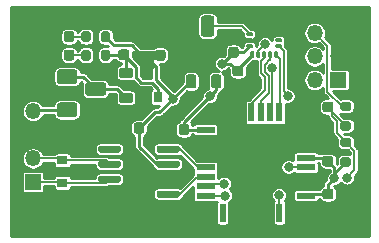
<source format=gbr>
%TF.GenerationSoftware,KiCad,Pcbnew,(5.1.9)-1*%
%TF.CreationDate,2021-03-08T23:04:16+01:00*%
%TF.ProjectId,RT12e_ELE_ACC-00,52543132-655f-4454-9c45-5f4143432d30,rev?*%
%TF.SameCoordinates,Original*%
%TF.FileFunction,Copper,L1,Top*%
%TF.FilePolarity,Positive*%
%FSLAX46Y46*%
G04 Gerber Fmt 4.6, Leading zero omitted, Abs format (unit mm)*
G04 Created by KiCad (PCBNEW (5.1.9)-1) date 2021-03-08 23:04:16*
%MOMM*%
%LPD*%
G01*
G04 APERTURE LIST*
%TA.AperFunction,SMDPad,CuDef*%
%ADD10R,1.600000X0.550000*%
%TD*%
%TA.AperFunction,SMDPad,CuDef*%
%ADD11R,0.550000X1.600000*%
%TD*%
%TA.AperFunction,SMDPad,CuDef*%
%ADD12R,0.800000X0.900000*%
%TD*%
%TA.AperFunction,SMDPad,CuDef*%
%ADD13R,0.900000X0.800000*%
%TD*%
%TA.AperFunction,ComponentPad*%
%ADD14R,1.350000X1.350000*%
%TD*%
%TA.AperFunction,ComponentPad*%
%ADD15O,1.350000X1.350000*%
%TD*%
%TA.AperFunction,ViaPad*%
%ADD16C,0.800000*%
%TD*%
%TA.AperFunction,Conductor*%
%ADD17C,0.177800*%
%TD*%
%TA.AperFunction,Conductor*%
%ADD18C,0.254000*%
%TD*%
%TA.AperFunction,Conductor*%
%ADD19C,0.100000*%
%TD*%
G04 APERTURE END LIST*
%TO.P,U3,1*%
%TO.N,/IAM-20680/ACC_V+*%
%TA.AperFunction,SMDPad,CuDef*%
G36*
G01*
X156643700Y-85116800D02*
X156468700Y-85116800D01*
G75*
G02*
X156381200Y-85029300I0J87500D01*
G01*
X156381200Y-84654300D01*
G75*
G02*
X156468700Y-84566800I87500J0D01*
G01*
X156643700Y-84566800D01*
G75*
G02*
X156731200Y-84654300I0J-87500D01*
G01*
X156731200Y-85029300D01*
G75*
G02*
X156643700Y-85116800I-87500J0D01*
G01*
G37*
%TD.AperFunction*%
%TO.P,U3,2*%
%TO.N,/IAM-20680/SPC*%
%TA.AperFunction,SMDPad,CuDef*%
G36*
G01*
X157143700Y-85116800D02*
X156968700Y-85116800D01*
G75*
G02*
X156881200Y-85029300I0J87500D01*
G01*
X156881200Y-84654300D01*
G75*
G02*
X156968700Y-84566800I87500J0D01*
G01*
X157143700Y-84566800D01*
G75*
G02*
X157231200Y-84654300I0J-87500D01*
G01*
X157231200Y-85029300D01*
G75*
G02*
X157143700Y-85116800I-87500J0D01*
G01*
G37*
%TD.AperFunction*%
%TO.P,U3,3*%
%TO.N,/IAM-20680/SDI*%
%TA.AperFunction,SMDPad,CuDef*%
G36*
G01*
X157643700Y-85116800D02*
X157468700Y-85116800D01*
G75*
G02*
X157381200Y-85029300I0J87500D01*
G01*
X157381200Y-84654300D01*
G75*
G02*
X157468700Y-84566800I87500J0D01*
G01*
X157643700Y-84566800D01*
G75*
G02*
X157731200Y-84654300I0J-87500D01*
G01*
X157731200Y-85029300D01*
G75*
G02*
X157643700Y-85116800I-87500J0D01*
G01*
G37*
%TD.AperFunction*%
%TO.P,U3,4*%
%TO.N,/IAM-20680/SDO*%
%TA.AperFunction,SMDPad,CuDef*%
G36*
G01*
X158143700Y-85116800D02*
X157968700Y-85116800D01*
G75*
G02*
X157881200Y-85029300I0J87500D01*
G01*
X157881200Y-84654300D01*
G75*
G02*
X157968700Y-84566800I87500J0D01*
G01*
X158143700Y-84566800D01*
G75*
G02*
X158231200Y-84654300I0J-87500D01*
G01*
X158231200Y-85029300D01*
G75*
G02*
X158143700Y-85116800I-87500J0D01*
G01*
G37*
%TD.AperFunction*%
%TO.P,U3,5*%
%TO.N,/IAM-20680/CS*%
%TA.AperFunction,SMDPad,CuDef*%
G36*
G01*
X158643700Y-85116800D02*
X158468700Y-85116800D01*
G75*
G02*
X158381200Y-85029300I0J87500D01*
G01*
X158381200Y-84654300D01*
G75*
G02*
X158468700Y-84566800I87500J0D01*
G01*
X158643700Y-84566800D01*
G75*
G02*
X158731200Y-84654300I0J-87500D01*
G01*
X158731200Y-85029300D01*
G75*
G02*
X158643700Y-85116800I-87500J0D01*
G01*
G37*
%TD.AperFunction*%
%TO.P,U3,6*%
%TO.N,/STM32/DI_IAM_INT*%
%TA.AperFunction,SMDPad,CuDef*%
G36*
G01*
X158968700Y-84291800D02*
X158593700Y-84291800D01*
G75*
G02*
X158506200Y-84204300I0J87500D01*
G01*
X158506200Y-84029300D01*
G75*
G02*
X158593700Y-83941800I87500J0D01*
G01*
X158968700Y-83941800D01*
G75*
G02*
X159056200Y-84029300I0J-87500D01*
G01*
X159056200Y-84204300D01*
G75*
G02*
X158968700Y-84291800I-87500J0D01*
G01*
G37*
%TD.AperFunction*%
%TO.P,U3,7*%
%TO.N,Net-(U3-Pad7)*%
%TA.AperFunction,SMDPad,CuDef*%
G36*
G01*
X158968700Y-83791800D02*
X158593700Y-83791800D01*
G75*
G02*
X158506200Y-83704300I0J87500D01*
G01*
X158506200Y-83529300D01*
G75*
G02*
X158593700Y-83441800I87500J0D01*
G01*
X158968700Y-83441800D01*
G75*
G02*
X159056200Y-83529300I0J-87500D01*
G01*
X159056200Y-83704300D01*
G75*
G02*
X158968700Y-83791800I-87500J0D01*
G01*
G37*
%TD.AperFunction*%
%TO.P,U3,8*%
%TO.N,GND*%
%TA.AperFunction,SMDPad,CuDef*%
G36*
G01*
X158968700Y-83291800D02*
X158593700Y-83291800D01*
G75*
G02*
X158506200Y-83204300I0J87500D01*
G01*
X158506200Y-83029300D01*
G75*
G02*
X158593700Y-82941800I87500J0D01*
G01*
X158968700Y-82941800D01*
G75*
G02*
X159056200Y-83029300I0J-87500D01*
G01*
X159056200Y-83204300D01*
G75*
G02*
X158968700Y-83291800I-87500J0D01*
G01*
G37*
%TD.AperFunction*%
%TO.P,U3,9*%
%TA.AperFunction,SMDPad,CuDef*%
G36*
G01*
X158643700Y-82666800D02*
X158468700Y-82666800D01*
G75*
G02*
X158381200Y-82579300I0J87500D01*
G01*
X158381200Y-82204300D01*
G75*
G02*
X158468700Y-82116800I87500J0D01*
G01*
X158643700Y-82116800D01*
G75*
G02*
X158731200Y-82204300I0J-87500D01*
G01*
X158731200Y-82579300D01*
G75*
G02*
X158643700Y-82666800I-87500J0D01*
G01*
G37*
%TD.AperFunction*%
%TO.P,U3,10*%
%TA.AperFunction,SMDPad,CuDef*%
G36*
G01*
X158143700Y-82666800D02*
X157968700Y-82666800D01*
G75*
G02*
X157881200Y-82579300I0J87500D01*
G01*
X157881200Y-82204300D01*
G75*
G02*
X157968700Y-82116800I87500J0D01*
G01*
X158143700Y-82116800D01*
G75*
G02*
X158231200Y-82204300I0J-87500D01*
G01*
X158231200Y-82579300D01*
G75*
G02*
X158143700Y-82666800I-87500J0D01*
G01*
G37*
%TD.AperFunction*%
%TO.P,U3,11*%
%TA.AperFunction,SMDPad,CuDef*%
G36*
G01*
X157643700Y-82666800D02*
X157468700Y-82666800D01*
G75*
G02*
X157381200Y-82579300I0J87500D01*
G01*
X157381200Y-82204300D01*
G75*
G02*
X157468700Y-82116800I87500J0D01*
G01*
X157643700Y-82116800D01*
G75*
G02*
X157731200Y-82204300I0J-87500D01*
G01*
X157731200Y-82579300D01*
G75*
G02*
X157643700Y-82666800I-87500J0D01*
G01*
G37*
%TD.AperFunction*%
%TO.P,U3,12*%
%TA.AperFunction,SMDPad,CuDef*%
G36*
G01*
X157143700Y-82666800D02*
X156968700Y-82666800D01*
G75*
G02*
X156881200Y-82579300I0J87500D01*
G01*
X156881200Y-82204300D01*
G75*
G02*
X156968700Y-82116800I87500J0D01*
G01*
X157143700Y-82116800D01*
G75*
G02*
X157231200Y-82204300I0J-87500D01*
G01*
X157231200Y-82579300D01*
G75*
G02*
X157143700Y-82666800I-87500J0D01*
G01*
G37*
%TD.AperFunction*%
%TO.P,U3,13*%
%TA.AperFunction,SMDPad,CuDef*%
G36*
G01*
X156643700Y-82666800D02*
X156468700Y-82666800D01*
G75*
G02*
X156381200Y-82579300I0J87500D01*
G01*
X156381200Y-82204300D01*
G75*
G02*
X156468700Y-82116800I87500J0D01*
G01*
X156643700Y-82116800D01*
G75*
G02*
X156731200Y-82204300I0J-87500D01*
G01*
X156731200Y-82579300D01*
G75*
G02*
X156643700Y-82666800I-87500J0D01*
G01*
G37*
%TD.AperFunction*%
%TO.P,U3,14*%
%TO.N,/IAM-20680/REGOUT*%
%TA.AperFunction,SMDPad,CuDef*%
G36*
G01*
X156518700Y-83291800D02*
X156143700Y-83291800D01*
G75*
G02*
X156056200Y-83204300I0J87500D01*
G01*
X156056200Y-83029300D01*
G75*
G02*
X156143700Y-82941800I87500J0D01*
G01*
X156518700Y-82941800D01*
G75*
G02*
X156606200Y-83029300I0J-87500D01*
G01*
X156606200Y-83204300D01*
G75*
G02*
X156518700Y-83291800I-87500J0D01*
G01*
G37*
%TD.AperFunction*%
%TO.P,U3,15*%
%TO.N,GND*%
%TA.AperFunction,SMDPad,CuDef*%
G36*
G01*
X156518700Y-83791800D02*
X156143700Y-83791800D01*
G75*
G02*
X156056200Y-83704300I0J87500D01*
G01*
X156056200Y-83529300D01*
G75*
G02*
X156143700Y-83441800I87500J0D01*
G01*
X156518700Y-83441800D01*
G75*
G02*
X156606200Y-83529300I0J-87500D01*
G01*
X156606200Y-83704300D01*
G75*
G02*
X156518700Y-83791800I-87500J0D01*
G01*
G37*
%TD.AperFunction*%
%TO.P,U3,16*%
%TO.N,/IAM-20680/ACC_V+*%
%TA.AperFunction,SMDPad,CuDef*%
G36*
G01*
X156518700Y-84291800D02*
X156143700Y-84291800D01*
G75*
G02*
X156056200Y-84204300I0J87500D01*
G01*
X156056200Y-84029300D01*
G75*
G02*
X156143700Y-83941800I87500J0D01*
G01*
X156518700Y-83941800D01*
G75*
G02*
X156606200Y-84029300I0J-87500D01*
G01*
X156606200Y-84204300D01*
G75*
G02*
X156518700Y-84291800I-87500J0D01*
G01*
G37*
%TD.AperFunction*%
%TD*%
%TO.P,C2,2*%
%TO.N,GND*%
%TA.AperFunction,SMDPad,CuDef*%
G36*
G01*
X145919000Y-83749000D02*
X145419000Y-83749000D01*
G75*
G02*
X145194000Y-83524000I0J225000D01*
G01*
X145194000Y-83074000D01*
G75*
G02*
X145419000Y-82849000I225000J0D01*
G01*
X145919000Y-82849000D01*
G75*
G02*
X146144000Y-83074000I0J-225000D01*
G01*
X146144000Y-83524000D01*
G75*
G02*
X145919000Y-83749000I-225000J0D01*
G01*
G37*
%TD.AperFunction*%
%TO.P,C2,1*%
%TO.N,+5V*%
%TA.AperFunction,SMDPad,CuDef*%
G36*
G01*
X145919000Y-85299000D02*
X145419000Y-85299000D01*
G75*
G02*
X145194000Y-85074000I0J225000D01*
G01*
X145194000Y-84624000D01*
G75*
G02*
X145419000Y-84399000I225000J0D01*
G01*
X145919000Y-84399000D01*
G75*
G02*
X146144000Y-84624000I0J-225000D01*
G01*
X146144000Y-85074000D01*
G75*
G02*
X145919000Y-85299000I-225000J0D01*
G01*
G37*
%TD.AperFunction*%
%TD*%
%TO.P,C8,1*%
%TO.N,/STM32/STM_RESET*%
%TA.AperFunction,SMDPad,CuDef*%
G36*
G01*
X162691000Y-88818000D02*
X163191000Y-88818000D01*
G75*
G02*
X163416000Y-89043000I0J-225000D01*
G01*
X163416000Y-89493000D01*
G75*
G02*
X163191000Y-89718000I-225000J0D01*
G01*
X162691000Y-89718000D01*
G75*
G02*
X162466000Y-89493000I0J225000D01*
G01*
X162466000Y-89043000D01*
G75*
G02*
X162691000Y-88818000I225000J0D01*
G01*
G37*
%TD.AperFunction*%
%TO.P,C8,2*%
%TO.N,GND*%
%TA.AperFunction,SMDPad,CuDef*%
G36*
G01*
X162691000Y-90368000D02*
X163191000Y-90368000D01*
G75*
G02*
X163416000Y-90593000I0J-225000D01*
G01*
X163416000Y-91043000D01*
G75*
G02*
X163191000Y-91268000I-225000J0D01*
G01*
X162691000Y-91268000D01*
G75*
G02*
X162466000Y-91043000I0J225000D01*
G01*
X162466000Y-90593000D01*
G75*
G02*
X162691000Y-90368000I225000J0D01*
G01*
G37*
%TD.AperFunction*%
%TD*%
%TO.P,C5,2*%
%TO.N,GND*%
%TA.AperFunction,SMDPad,CuDef*%
G36*
G01*
X162691000Y-97734000D02*
X163191000Y-97734000D01*
G75*
G02*
X163416000Y-97959000I0J-225000D01*
G01*
X163416000Y-98409000D01*
G75*
G02*
X163191000Y-98634000I-225000J0D01*
G01*
X162691000Y-98634000D01*
G75*
G02*
X162466000Y-98409000I0J225000D01*
G01*
X162466000Y-97959000D01*
G75*
G02*
X162691000Y-97734000I225000J0D01*
G01*
G37*
%TD.AperFunction*%
%TO.P,C5,1*%
%TO.N,/STM32/STM_V+*%
%TA.AperFunction,SMDPad,CuDef*%
G36*
G01*
X162691000Y-96184000D02*
X163191000Y-96184000D01*
G75*
G02*
X163416000Y-96409000I0J-225000D01*
G01*
X163416000Y-96859000D01*
G75*
G02*
X163191000Y-97084000I-225000J0D01*
G01*
X162691000Y-97084000D01*
G75*
G02*
X162466000Y-96859000I0J225000D01*
G01*
X162466000Y-96409000D01*
G75*
G02*
X162691000Y-96184000I225000J0D01*
G01*
G37*
%TD.AperFunction*%
%TD*%
D10*
%TO.P,U2,1*%
%TO.N,/STM32/STM_V+*%
X161095000Y-96780000D03*
%TO.P,U2,2*%
%TO.N,GND*%
X161095000Y-95980000D03*
%TO.P,U2,3*%
X161095000Y-95180000D03*
%TO.P,U2,4*%
%TO.N,/STM32/STM_RESET*%
X161095000Y-94380000D03*
%TO.P,U2,5*%
%TO.N,/STM32/STM_V+*%
X161095000Y-93580000D03*
%TO.P,U2,6*%
%TO.N,GND*%
X161095000Y-92780000D03*
%TO.P,U2,7*%
X161095000Y-91980000D03*
%TO.P,U2,8*%
X161095000Y-91180000D03*
D11*
%TO.P,U2,9*%
X159645000Y-89730000D03*
%TO.P,U2,10*%
%TO.N,/IAM-20680/CS*%
X158845000Y-89730000D03*
%TO.P,U2,11*%
%TO.N,/IAM-20680/SPC*%
X158045000Y-89730000D03*
%TO.P,U2,12*%
%TO.N,/IAM-20680/SDO*%
X157245000Y-89730000D03*
%TO.P,U2,13*%
%TO.N,/IAM-20680/SDI*%
X156445000Y-89730000D03*
%TO.P,U2,14*%
%TO.N,GND*%
X155645000Y-89730000D03*
%TO.P,U2,15*%
X154845000Y-89730000D03*
%TO.P,U2,16*%
X154045000Y-89730000D03*
D10*
%TO.P,U2,17*%
%TO.N,/STM32/STM_V+*%
X152595000Y-91180000D03*
%TO.P,U2,18*%
%TO.N,GND*%
X152595000Y-91980000D03*
%TO.P,U2,19*%
X152595000Y-92780000D03*
%TO.P,U2,20*%
X152595000Y-93580000D03*
%TO.P,U2,21*%
%TO.N,/CAN/CAN_RX*%
X152595000Y-94380000D03*
%TO.P,U2,22*%
%TO.N,/CAN/CAN_TX*%
X152595000Y-95180000D03*
%TO.P,U2,23*%
%TO.N,/SWD_connect.sch/SDWIO*%
X152595000Y-95980000D03*
%TO.P,U2,24*%
%TO.N,/STM32/SWCLK*%
X152595000Y-96780000D03*
D11*
%TO.P,U2,25*%
%TO.N,N/C*%
X154045000Y-98230000D03*
%TO.P,U2,26*%
%TO.N,GND*%
X154845000Y-98230000D03*
%TO.P,U2,27*%
X155645000Y-98230000D03*
%TO.P,U2,28*%
X156445000Y-98230000D03*
%TO.P,U2,29*%
X157245000Y-98230000D03*
%TO.P,U2,30*%
X158045000Y-98230000D03*
%TO.P,U2,31*%
%TO.N,/STM32/DI_IAM_INT*%
X158845000Y-98230000D03*
%TO.P,U2,32*%
%TO.N,GND*%
X159645000Y-98230000D03*
%TD*%
D12*
%TO.P,U1,1*%
%TO.N,GND*%
X149540000Y-86439500D03*
%TO.P,U1,2*%
%TO.N,+3V3*%
X147640000Y-86439500D03*
%TO.P,U1,3*%
%TO.N,+5V*%
X148590000Y-88439500D03*
%TD*%
%TO.P,C1,1*%
%TO.N,Net-(C1-Pad1)*%
%TA.AperFunction,SMDPad,CuDef*%
G36*
G01*
X142631399Y-87180200D02*
X143931401Y-87180200D01*
G75*
G02*
X144181400Y-87430199I0J-249999D01*
G01*
X144181400Y-88080201D01*
G75*
G02*
X143931401Y-88330200I-249999J0D01*
G01*
X142631399Y-88330200D01*
G75*
G02*
X142381400Y-88080201I0J249999D01*
G01*
X142381400Y-87430199D01*
G75*
G02*
X142631399Y-87180200I249999J0D01*
G01*
G37*
%TD.AperFunction*%
%TO.P,C1,2*%
%TO.N,GND*%
%TA.AperFunction,SMDPad,CuDef*%
G36*
G01*
X142631399Y-90130200D02*
X143931401Y-90130200D01*
G75*
G02*
X144181400Y-90380199I0J-249999D01*
G01*
X144181400Y-91030201D01*
G75*
G02*
X143931401Y-91280200I-249999J0D01*
G01*
X142631399Y-91280200D01*
G75*
G02*
X142381400Y-91030201I0J249999D01*
G01*
X142381400Y-90380199D01*
G75*
G02*
X142631399Y-90130200I249999J0D01*
G01*
G37*
%TD.AperFunction*%
%TD*%
%TO.P,C3,2*%
%TO.N,GND*%
%TA.AperFunction,SMDPad,CuDef*%
G36*
G01*
X149854800Y-85136800D02*
X149854800Y-84636800D01*
G75*
G02*
X150079800Y-84411800I225000J0D01*
G01*
X150529800Y-84411800D01*
G75*
G02*
X150754800Y-84636800I0J-225000D01*
G01*
X150754800Y-85136800D01*
G75*
G02*
X150529800Y-85361800I-225000J0D01*
G01*
X150079800Y-85361800D01*
G75*
G02*
X149854800Y-85136800I0J225000D01*
G01*
G37*
%TD.AperFunction*%
%TO.P,C3,1*%
%TO.N,+3V3*%
%TA.AperFunction,SMDPad,CuDef*%
G36*
G01*
X148304800Y-85136800D02*
X148304800Y-84636800D01*
G75*
G02*
X148529800Y-84411800I225000J0D01*
G01*
X148979800Y-84411800D01*
G75*
G02*
X149204800Y-84636800I0J-225000D01*
G01*
X149204800Y-85136800D01*
G75*
G02*
X148979800Y-85361800I-225000J0D01*
G01*
X148529800Y-85361800D01*
G75*
G02*
X148304800Y-85136800I0J225000D01*
G01*
G37*
%TD.AperFunction*%
%TD*%
%TO.P,C6,2*%
%TO.N,GND*%
%TA.AperFunction,SMDPad,CuDef*%
G36*
G01*
X163191000Y-92766000D02*
X162691000Y-92766000D01*
G75*
G02*
X162466000Y-92541000I0J225000D01*
G01*
X162466000Y-92091000D01*
G75*
G02*
X162691000Y-91866000I225000J0D01*
G01*
X163191000Y-91866000D01*
G75*
G02*
X163416000Y-92091000I0J-225000D01*
G01*
X163416000Y-92541000D01*
G75*
G02*
X163191000Y-92766000I-225000J0D01*
G01*
G37*
%TD.AperFunction*%
%TO.P,C6,1*%
%TO.N,/STM32/STM_V+*%
%TA.AperFunction,SMDPad,CuDef*%
G36*
G01*
X163191000Y-94316000D02*
X162691000Y-94316000D01*
G75*
G02*
X162466000Y-94091000I0J225000D01*
G01*
X162466000Y-93641000D01*
G75*
G02*
X162691000Y-93416000I225000J0D01*
G01*
X163191000Y-93416000D01*
G75*
G02*
X163416000Y-93641000I0J-225000D01*
G01*
X163416000Y-94091000D01*
G75*
G02*
X163191000Y-94316000I-225000J0D01*
G01*
G37*
%TD.AperFunction*%
%TD*%
%TO.P,C7,1*%
%TO.N,/STM32/STM_V+*%
%TA.AperFunction,SMDPad,CuDef*%
G36*
G01*
X151212000Y-90936000D02*
X151212000Y-91436000D01*
G75*
G02*
X150987000Y-91661000I-225000J0D01*
G01*
X150537000Y-91661000D01*
G75*
G02*
X150312000Y-91436000I0J225000D01*
G01*
X150312000Y-90936000D01*
G75*
G02*
X150537000Y-90711000I225000J0D01*
G01*
X150987000Y-90711000D01*
G75*
G02*
X151212000Y-90936000I0J-225000D01*
G01*
G37*
%TD.AperFunction*%
%TO.P,C7,2*%
%TO.N,GND*%
%TA.AperFunction,SMDPad,CuDef*%
G36*
G01*
X149662000Y-90936000D02*
X149662000Y-91436000D01*
G75*
G02*
X149437000Y-91661000I-225000J0D01*
G01*
X148987000Y-91661000D01*
G75*
G02*
X148762000Y-91436000I0J225000D01*
G01*
X148762000Y-90936000D01*
G75*
G02*
X148987000Y-90711000I225000J0D01*
G01*
X149437000Y-90711000D01*
G75*
G02*
X149662000Y-90936000I0J-225000D01*
G01*
G37*
%TD.AperFunction*%
%TD*%
%TO.P,C9,2*%
%TO.N,GND*%
%TA.AperFunction,SMDPad,CuDef*%
G36*
G01*
X155071000Y-87320000D02*
X155571000Y-87320000D01*
G75*
G02*
X155796000Y-87545000I0J-225000D01*
G01*
X155796000Y-87995000D01*
G75*
G02*
X155571000Y-88220000I-225000J0D01*
G01*
X155071000Y-88220000D01*
G75*
G02*
X154846000Y-87995000I0J225000D01*
G01*
X154846000Y-87545000D01*
G75*
G02*
X155071000Y-87320000I225000J0D01*
G01*
G37*
%TD.AperFunction*%
%TO.P,C9,1*%
%TO.N,/IAM-20680/ACC_V+*%
%TA.AperFunction,SMDPad,CuDef*%
G36*
G01*
X155071000Y-85770000D02*
X155571000Y-85770000D01*
G75*
G02*
X155796000Y-85995000I0J-225000D01*
G01*
X155796000Y-86445000D01*
G75*
G02*
X155571000Y-86670000I-225000J0D01*
G01*
X155071000Y-86670000D01*
G75*
G02*
X154846000Y-86445000I0J225000D01*
G01*
X154846000Y-85995000D01*
G75*
G02*
X155071000Y-85770000I225000J0D01*
G01*
G37*
%TD.AperFunction*%
%TD*%
%TO.P,C10,1*%
%TO.N,/IAM-20680/REGOUT*%
%TA.AperFunction,SMDPad,CuDef*%
G36*
G01*
X153332400Y-81772999D02*
X153332400Y-83073001D01*
G75*
G02*
X153082401Y-83323000I-249999J0D01*
G01*
X152432399Y-83323000D01*
G75*
G02*
X152182400Y-83073001I0J249999D01*
G01*
X152182400Y-81772999D01*
G75*
G02*
X152432399Y-81523000I249999J0D01*
G01*
X153082401Y-81523000D01*
G75*
G02*
X153332400Y-81772999I0J-249999D01*
G01*
G37*
%TD.AperFunction*%
%TO.P,C10,2*%
%TO.N,GND*%
%TA.AperFunction,SMDPad,CuDef*%
G36*
G01*
X150382400Y-81772999D02*
X150382400Y-83073001D01*
G75*
G02*
X150132401Y-83323000I-249999J0D01*
G01*
X149482399Y-83323000D01*
G75*
G02*
X149232400Y-83073001I0J249999D01*
G01*
X149232400Y-81772999D01*
G75*
G02*
X149482399Y-81523000I249999J0D01*
G01*
X150132401Y-81523000D01*
G75*
G02*
X150382400Y-81772999I0J-249999D01*
G01*
G37*
%TD.AperFunction*%
%TD*%
%TO.P,C11,1*%
%TO.N,/IAM-20680/ACC_V+*%
%TA.AperFunction,SMDPad,CuDef*%
G36*
G01*
X155403000Y-84395500D02*
X155403000Y-84895500D01*
G75*
G02*
X155178000Y-85120500I-225000J0D01*
G01*
X154728000Y-85120500D01*
G75*
G02*
X154503000Y-84895500I0J225000D01*
G01*
X154503000Y-84395500D01*
G75*
G02*
X154728000Y-84170500I225000J0D01*
G01*
X155178000Y-84170500D01*
G75*
G02*
X155403000Y-84395500I0J-225000D01*
G01*
G37*
%TD.AperFunction*%
%TO.P,C11,2*%
%TO.N,GND*%
%TA.AperFunction,SMDPad,CuDef*%
G36*
G01*
X153853000Y-84395500D02*
X153853000Y-84895500D01*
G75*
G02*
X153628000Y-85120500I-225000J0D01*
G01*
X153178000Y-85120500D01*
G75*
G02*
X152953000Y-84895500I0J225000D01*
G01*
X152953000Y-84395500D01*
G75*
G02*
X153178000Y-84170500I225000J0D01*
G01*
X153628000Y-84170500D01*
G75*
G02*
X153853000Y-84395500I0J-225000D01*
G01*
G37*
%TD.AperFunction*%
%TD*%
%TO.P,C13,1*%
%TO.N,+3V3*%
%TA.AperFunction,SMDPad,CuDef*%
G36*
G01*
X147402000Y-90809000D02*
X147402000Y-91309000D01*
G75*
G02*
X147177000Y-91534000I-225000J0D01*
G01*
X146727000Y-91534000D01*
G75*
G02*
X146502000Y-91309000I0J225000D01*
G01*
X146502000Y-90809000D01*
G75*
G02*
X146727000Y-90584000I225000J0D01*
G01*
X147177000Y-90584000D01*
G75*
G02*
X147402000Y-90809000I0J-225000D01*
G01*
G37*
%TD.AperFunction*%
%TO.P,C13,2*%
%TO.N,GND*%
%TA.AperFunction,SMDPad,CuDef*%
G36*
G01*
X145852000Y-90809000D02*
X145852000Y-91309000D01*
G75*
G02*
X145627000Y-91534000I-225000J0D01*
G01*
X145177000Y-91534000D01*
G75*
G02*
X144952000Y-91309000I0J225000D01*
G01*
X144952000Y-90809000D01*
G75*
G02*
X145177000Y-90584000I225000J0D01*
G01*
X145627000Y-90584000D01*
G75*
G02*
X145852000Y-90809000I0J-225000D01*
G01*
G37*
%TD.AperFunction*%
%TD*%
%TO.P,D1,1*%
%TO.N,Net-(C1-Pad1)*%
%TA.AperFunction,SMDPad,CuDef*%
G36*
G01*
X140243400Y-86087600D02*
X141493400Y-86087600D01*
G75*
G02*
X141743400Y-86337600I0J-250000D01*
G01*
X141743400Y-87087600D01*
G75*
G02*
X141493400Y-87337600I-250000J0D01*
G01*
X140243400Y-87337600D01*
G75*
G02*
X139993400Y-87087600I0J250000D01*
G01*
X139993400Y-86337600D01*
G75*
G02*
X140243400Y-86087600I250000J0D01*
G01*
G37*
%TD.AperFunction*%
%TO.P,D1,2*%
%TO.N,/VIN*%
%TA.AperFunction,SMDPad,CuDef*%
G36*
G01*
X140243400Y-88887600D02*
X141493400Y-88887600D01*
G75*
G02*
X141743400Y-89137600I0J-250000D01*
G01*
X141743400Y-89887600D01*
G75*
G02*
X141493400Y-90137600I-250000J0D01*
G01*
X140243400Y-90137600D01*
G75*
G02*
X139993400Y-89887600I0J250000D01*
G01*
X139993400Y-89137600D01*
G75*
G02*
X140243400Y-88887600I250000J0D01*
G01*
G37*
%TD.AperFunction*%
%TD*%
%TO.P,D2,2*%
%TO.N,Net-(D2-Pad2)*%
%TA.AperFunction,SMDPad,CuDef*%
G36*
G01*
X140583800Y-85136800D02*
X140583800Y-84636800D01*
G75*
G02*
X140808800Y-84411800I225000J0D01*
G01*
X141258800Y-84411800D01*
G75*
G02*
X141483800Y-84636800I0J-225000D01*
G01*
X141483800Y-85136800D01*
G75*
G02*
X141258800Y-85361800I-225000J0D01*
G01*
X140808800Y-85361800D01*
G75*
G02*
X140583800Y-85136800I0J225000D01*
G01*
G37*
%TD.AperFunction*%
%TO.P,D2,1*%
%TO.N,GND*%
%TA.AperFunction,SMDPad,CuDef*%
G36*
G01*
X139033800Y-85136800D02*
X139033800Y-84636800D01*
G75*
G02*
X139258800Y-84411800I225000J0D01*
G01*
X139708800Y-84411800D01*
G75*
G02*
X139933800Y-84636800I0J-225000D01*
G01*
X139933800Y-85136800D01*
G75*
G02*
X139708800Y-85361800I-225000J0D01*
G01*
X139258800Y-85361800D01*
G75*
G02*
X139033800Y-85136800I0J225000D01*
G01*
G37*
%TD.AperFunction*%
%TD*%
%TO.P,D3,2*%
%TO.N,Net-(D3-Pad2)*%
%TA.AperFunction,SMDPad,CuDef*%
G36*
G01*
X140583800Y-83562000D02*
X140583800Y-83062000D01*
G75*
G02*
X140808800Y-82837000I225000J0D01*
G01*
X141258800Y-82837000D01*
G75*
G02*
X141483800Y-83062000I0J-225000D01*
G01*
X141483800Y-83562000D01*
G75*
G02*
X141258800Y-83787000I-225000J0D01*
G01*
X140808800Y-83787000D01*
G75*
G02*
X140583800Y-83562000I0J225000D01*
G01*
G37*
%TD.AperFunction*%
%TO.P,D3,1*%
%TO.N,GND*%
%TA.AperFunction,SMDPad,CuDef*%
G36*
G01*
X139033800Y-83562000D02*
X139033800Y-83062000D01*
G75*
G02*
X139258800Y-82837000I225000J0D01*
G01*
X139708800Y-82837000D01*
G75*
G02*
X139933800Y-83062000I0J-225000D01*
G01*
X139933800Y-83562000D01*
G75*
G02*
X139708800Y-83787000I-225000J0D01*
G01*
X139258800Y-83787000D01*
G75*
G02*
X139033800Y-83562000I0J225000D01*
G01*
G37*
%TD.AperFunction*%
%TD*%
D13*
%TO.P,D4,3*%
%TO.N,GND*%
X142478000Y-94742000D03*
%TO.P,D4,2*%
%TO.N,/CAN+*%
X140478000Y-95692000D03*
%TO.P,D4,1*%
%TO.N,/CAN-*%
X140478000Y-93792000D03*
%TD*%
D14*
%TO.P,J1,1*%
%TO.N,/CAN+*%
X137985500Y-95631000D03*
D15*
%TO.P,J1,2*%
%TO.N,/CAN-*%
X137985500Y-93631000D03*
%TO.P,J1,3*%
%TO.N,GND*%
X137985500Y-91631000D03*
%TO.P,J1,4*%
%TO.N,/VIN*%
X137985500Y-89631000D03*
%TD*%
D14*
%TO.P,J2,1*%
%TO.N,/STM32/STM_V+*%
X163830000Y-86995000D03*
D15*
%TO.P,J2,2*%
%TO.N,/SWD_connect.sch/SDWIO*%
X161830000Y-86995000D03*
%TO.P,J2,3*%
%TO.N,GND*%
X163830000Y-84995000D03*
%TO.P,J2,4*%
%TO.N,/STM32/SWCLK*%
X161830000Y-84995000D03*
%TO.P,J2,5*%
%TO.N,GND*%
X163830000Y-82995000D03*
%TO.P,J2,6*%
%TO.N,/STM32/RESET*%
X161830000Y-82995000D03*
%TD*%
%TO.P,L1,1*%
%TO.N,Net-(C1-Pad1)*%
%TA.AperFunction,SMDPad,CuDef*%
G36*
G01*
X146236251Y-88939500D02*
X145473751Y-88939500D01*
G75*
G02*
X145255001Y-88720750I0J218750D01*
G01*
X145255001Y-88283250D01*
G75*
G02*
X145473751Y-88064500I218750J0D01*
G01*
X146236251Y-88064500D01*
G75*
G02*
X146455001Y-88283250I0J-218750D01*
G01*
X146455001Y-88720750D01*
G75*
G02*
X146236251Y-88939500I-218750J0D01*
G01*
G37*
%TD.AperFunction*%
%TO.P,L1,2*%
%TO.N,+5V*%
%TA.AperFunction,SMDPad,CuDef*%
G36*
G01*
X146236251Y-86814500D02*
X145473751Y-86814500D01*
G75*
G02*
X145255001Y-86595750I0J218750D01*
G01*
X145255001Y-86158250D01*
G75*
G02*
X145473751Y-85939500I218750J0D01*
G01*
X146236251Y-85939500D01*
G75*
G02*
X146455001Y-86158250I0J-218750D01*
G01*
X146455001Y-86595750D01*
G75*
G02*
X146236251Y-86814500I-218750J0D01*
G01*
G37*
%TD.AperFunction*%
%TD*%
%TO.P,L2,2*%
%TO.N,/STM32/STM_V+*%
%TA.AperFunction,SMDPad,CuDef*%
G36*
G01*
X153050400Y-87477850D02*
X153050400Y-86715350D01*
G75*
G02*
X153269150Y-86496600I218750J0D01*
G01*
X153706650Y-86496600D01*
G75*
G02*
X153925400Y-86715350I0J-218750D01*
G01*
X153925400Y-87477850D01*
G75*
G02*
X153706650Y-87696600I-218750J0D01*
G01*
X153269150Y-87696600D01*
G75*
G02*
X153050400Y-87477850I0J218750D01*
G01*
G37*
%TD.AperFunction*%
%TO.P,L2,1*%
%TO.N,+3V3*%
%TA.AperFunction,SMDPad,CuDef*%
G36*
G01*
X150925400Y-87477850D02*
X150925400Y-86715350D01*
G75*
G02*
X151144150Y-86496600I218750J0D01*
G01*
X151581650Y-86496600D01*
G75*
G02*
X151800400Y-86715350I0J-218750D01*
G01*
X151800400Y-87477850D01*
G75*
G02*
X151581650Y-87696600I-218750J0D01*
G01*
X151144150Y-87696600D01*
G75*
G02*
X150925400Y-87477850I0J218750D01*
G01*
G37*
%TD.AperFunction*%
%TD*%
%TO.P,U4,1*%
%TO.N,/CAN/CAN_TX*%
%TA.AperFunction,SMDPad,CuDef*%
G36*
G01*
X150389000Y-96497000D02*
X150389000Y-96797000D01*
G75*
G02*
X150239000Y-96947000I-150000J0D01*
G01*
X148589000Y-96947000D01*
G75*
G02*
X148439000Y-96797000I0J150000D01*
G01*
X148439000Y-96497000D01*
G75*
G02*
X148589000Y-96347000I150000J0D01*
G01*
X150239000Y-96347000D01*
G75*
G02*
X150389000Y-96497000I0J-150000D01*
G01*
G37*
%TD.AperFunction*%
%TO.P,U4,2*%
%TO.N,GND*%
%TA.AperFunction,SMDPad,CuDef*%
G36*
G01*
X150389000Y-95227000D02*
X150389000Y-95527000D01*
G75*
G02*
X150239000Y-95677000I-150000J0D01*
G01*
X148589000Y-95677000D01*
G75*
G02*
X148439000Y-95527000I0J150000D01*
G01*
X148439000Y-95227000D01*
G75*
G02*
X148589000Y-95077000I150000J0D01*
G01*
X150239000Y-95077000D01*
G75*
G02*
X150389000Y-95227000I0J-150000D01*
G01*
G37*
%TD.AperFunction*%
%TO.P,U4,3*%
%TO.N,+3V3*%
%TA.AperFunction,SMDPad,CuDef*%
G36*
G01*
X150389000Y-93957000D02*
X150389000Y-94257000D01*
G75*
G02*
X150239000Y-94407000I-150000J0D01*
G01*
X148589000Y-94407000D01*
G75*
G02*
X148439000Y-94257000I0J150000D01*
G01*
X148439000Y-93957000D01*
G75*
G02*
X148589000Y-93807000I150000J0D01*
G01*
X150239000Y-93807000D01*
G75*
G02*
X150389000Y-93957000I0J-150000D01*
G01*
G37*
%TD.AperFunction*%
%TO.P,U4,4*%
%TO.N,/CAN/CAN_RX*%
%TA.AperFunction,SMDPad,CuDef*%
G36*
G01*
X150389000Y-92687000D02*
X150389000Y-92987000D01*
G75*
G02*
X150239000Y-93137000I-150000J0D01*
G01*
X148589000Y-93137000D01*
G75*
G02*
X148439000Y-92987000I0J150000D01*
G01*
X148439000Y-92687000D01*
G75*
G02*
X148589000Y-92537000I150000J0D01*
G01*
X150239000Y-92537000D01*
G75*
G02*
X150389000Y-92687000I0J-150000D01*
G01*
G37*
%TD.AperFunction*%
%TO.P,U4,5*%
%TO.N,N/C*%
%TA.AperFunction,SMDPad,CuDef*%
G36*
G01*
X145439000Y-92687000D02*
X145439000Y-92987000D01*
G75*
G02*
X145289000Y-93137000I-150000J0D01*
G01*
X143639000Y-93137000D01*
G75*
G02*
X143489000Y-92987000I0J150000D01*
G01*
X143489000Y-92687000D01*
G75*
G02*
X143639000Y-92537000I150000J0D01*
G01*
X145289000Y-92537000D01*
G75*
G02*
X145439000Y-92687000I0J-150000D01*
G01*
G37*
%TD.AperFunction*%
%TO.P,U4,6*%
%TO.N,/CAN-*%
%TA.AperFunction,SMDPad,CuDef*%
G36*
G01*
X145439000Y-93957000D02*
X145439000Y-94257000D01*
G75*
G02*
X145289000Y-94407000I-150000J0D01*
G01*
X143639000Y-94407000D01*
G75*
G02*
X143489000Y-94257000I0J150000D01*
G01*
X143489000Y-93957000D01*
G75*
G02*
X143639000Y-93807000I150000J0D01*
G01*
X145289000Y-93807000D01*
G75*
G02*
X145439000Y-93957000I0J-150000D01*
G01*
G37*
%TD.AperFunction*%
%TO.P,U4,7*%
%TO.N,/CAN+*%
%TA.AperFunction,SMDPad,CuDef*%
G36*
G01*
X145439000Y-95227000D02*
X145439000Y-95527000D01*
G75*
G02*
X145289000Y-95677000I-150000J0D01*
G01*
X143639000Y-95677000D01*
G75*
G02*
X143489000Y-95527000I0J150000D01*
G01*
X143489000Y-95227000D01*
G75*
G02*
X143639000Y-95077000I150000J0D01*
G01*
X145289000Y-95077000D01*
G75*
G02*
X145439000Y-95227000I0J-150000D01*
G01*
G37*
%TD.AperFunction*%
%TO.P,U4,8*%
%TO.N,GND*%
%TA.AperFunction,SMDPad,CuDef*%
G36*
G01*
X145439000Y-96497000D02*
X145439000Y-96797000D01*
G75*
G02*
X145289000Y-96947000I-150000J0D01*
G01*
X143639000Y-96947000D01*
G75*
G02*
X143489000Y-96797000I0J150000D01*
G01*
X143489000Y-96497000D01*
G75*
G02*
X143639000Y-96347000I150000J0D01*
G01*
X145289000Y-96347000D01*
G75*
G02*
X145439000Y-96497000I0J-150000D01*
G01*
G37*
%TD.AperFunction*%
%TD*%
%TO.P,R1,2*%
%TO.N,Net-(D2-Pad2)*%
%TA.AperFunction,SMDPad,CuDef*%
G36*
G01*
X142868800Y-84611800D02*
X142868800Y-85161800D01*
G75*
G02*
X142668800Y-85361800I-200000J0D01*
G01*
X142268800Y-85361800D01*
G75*
G02*
X142068800Y-85161800I0J200000D01*
G01*
X142068800Y-84611800D01*
G75*
G02*
X142268800Y-84411800I200000J0D01*
G01*
X142668800Y-84411800D01*
G75*
G02*
X142868800Y-84611800I0J-200000D01*
G01*
G37*
%TD.AperFunction*%
%TO.P,R1,1*%
%TO.N,+5V*%
%TA.AperFunction,SMDPad,CuDef*%
G36*
G01*
X144518800Y-84611800D02*
X144518800Y-85161800D01*
G75*
G02*
X144318800Y-85361800I-200000J0D01*
G01*
X143918800Y-85361800D01*
G75*
G02*
X143718800Y-85161800I0J200000D01*
G01*
X143718800Y-84611800D01*
G75*
G02*
X143918800Y-84411800I200000J0D01*
G01*
X144318800Y-84411800D01*
G75*
G02*
X144518800Y-84611800I0J-200000D01*
G01*
G37*
%TD.AperFunction*%
%TD*%
%TO.P,R2,1*%
%TO.N,+3V3*%
%TA.AperFunction,SMDPad,CuDef*%
G36*
G01*
X144518800Y-83037000D02*
X144518800Y-83587000D01*
G75*
G02*
X144318800Y-83787000I-200000J0D01*
G01*
X143918800Y-83787000D01*
G75*
G02*
X143718800Y-83587000I0J200000D01*
G01*
X143718800Y-83037000D01*
G75*
G02*
X143918800Y-82837000I200000J0D01*
G01*
X144318800Y-82837000D01*
G75*
G02*
X144518800Y-83037000I0J-200000D01*
G01*
G37*
%TD.AperFunction*%
%TO.P,R2,2*%
%TO.N,Net-(D3-Pad2)*%
%TA.AperFunction,SMDPad,CuDef*%
G36*
G01*
X142868800Y-83037000D02*
X142868800Y-83587000D01*
G75*
G02*
X142668800Y-83787000I-200000J0D01*
G01*
X142268800Y-83787000D01*
G75*
G02*
X142068800Y-83587000I0J200000D01*
G01*
X142068800Y-83037000D01*
G75*
G02*
X142268800Y-82837000I200000J0D01*
G01*
X142668800Y-82837000D01*
G75*
G02*
X142868800Y-83037000I0J-200000D01*
G01*
G37*
%TD.AperFunction*%
%TD*%
%TO.P,R3,1*%
%TO.N,/STM32/STM_RESET*%
%TA.AperFunction,SMDPad,CuDef*%
G36*
G01*
X164740000Y-91268000D02*
X164190000Y-91268000D01*
G75*
G02*
X163990000Y-91068000I0J200000D01*
G01*
X163990000Y-90668000D01*
G75*
G02*
X164190000Y-90468000I200000J0D01*
G01*
X164740000Y-90468000D01*
G75*
G02*
X164940000Y-90668000I0J-200000D01*
G01*
X164940000Y-91068000D01*
G75*
G02*
X164740000Y-91268000I-200000J0D01*
G01*
G37*
%TD.AperFunction*%
%TO.P,R3,2*%
%TO.N,/STM32/RESET*%
%TA.AperFunction,SMDPad,CuDef*%
G36*
G01*
X164740000Y-89618000D02*
X164190000Y-89618000D01*
G75*
G02*
X163990000Y-89418000I0J200000D01*
G01*
X163990000Y-89018000D01*
G75*
G02*
X164190000Y-88818000I200000J0D01*
G01*
X164740000Y-88818000D01*
G75*
G02*
X164940000Y-89018000I0J-200000D01*
G01*
X164940000Y-89418000D01*
G75*
G02*
X164740000Y-89618000I-200000J0D01*
G01*
G37*
%TD.AperFunction*%
%TD*%
%TO.P,R4,2*%
%TO.N,/STM32/STM_RESET*%
%TA.AperFunction,SMDPad,CuDef*%
G36*
G01*
X164740000Y-92666000D02*
X164190000Y-92666000D01*
G75*
G02*
X163990000Y-92466000I0J200000D01*
G01*
X163990000Y-92066000D01*
G75*
G02*
X164190000Y-91866000I200000J0D01*
G01*
X164740000Y-91866000D01*
G75*
G02*
X164940000Y-92066000I0J-200000D01*
G01*
X164940000Y-92466000D01*
G75*
G02*
X164740000Y-92666000I-200000J0D01*
G01*
G37*
%TD.AperFunction*%
%TO.P,R4,1*%
%TO.N,/STM32/STM_V+*%
%TA.AperFunction,SMDPad,CuDef*%
G36*
G01*
X164740000Y-94316000D02*
X164190000Y-94316000D01*
G75*
G02*
X163990000Y-94116000I0J200000D01*
G01*
X163990000Y-93716000D01*
G75*
G02*
X164190000Y-93516000I200000J0D01*
G01*
X164740000Y-93516000D01*
G75*
G02*
X164940000Y-93716000I0J-200000D01*
G01*
X164940000Y-94116000D01*
G75*
G02*
X164740000Y-94316000I-200000J0D01*
G01*
G37*
%TD.AperFunction*%
%TD*%
D16*
%TO.N,GND*%
X150590000Y-85970000D03*
X161290000Y-90043000D03*
X137000000Y-81500000D03*
X139000000Y-81500000D03*
X141000000Y-81500000D03*
X143000000Y-81500000D03*
X145000000Y-81500000D03*
X147000000Y-81500000D03*
X148500000Y-81500000D03*
X137000000Y-83500000D03*
X137000000Y-85500000D03*
X137000000Y-87500000D03*
X139000000Y-87500000D03*
X139000000Y-86000000D03*
X136500000Y-89500000D03*
X136500000Y-91500000D03*
X136500000Y-93500000D03*
X136500000Y-95500000D03*
X136500000Y-97500000D03*
X136500000Y-99500000D03*
X138500000Y-99500000D03*
X138500000Y-97500000D03*
X140500000Y-97500000D03*
X140500000Y-99500000D03*
X142500000Y-99500000D03*
X142500000Y-97500000D03*
X144500000Y-97500000D03*
X144500000Y-99500000D03*
X146500000Y-99500000D03*
X146500000Y-97500000D03*
X148500000Y-97500000D03*
X148500000Y-99500000D03*
X150500000Y-99500000D03*
X150500000Y-97500000D03*
X165500000Y-99000000D03*
X165500000Y-97000000D03*
X154500000Y-94500000D03*
X154500000Y-92500000D03*
X156500000Y-91500000D03*
X156500000Y-96500000D03*
X159500000Y-91500000D03*
X147000000Y-83500000D03*
X148500000Y-83500000D03*
X151000000Y-83500000D03*
X151000000Y-81500000D03*
X143000000Y-86500000D03*
X143500000Y-89500000D03*
X140500000Y-88000000D03*
X140500000Y-91000000D03*
X140500000Y-92500000D03*
X142500000Y-92500000D03*
X146500000Y-95500000D03*
X146500000Y-93500000D03*
X151000000Y-89000000D03*
X156500000Y-88000000D03*
X156500000Y-86000000D03*
X160000000Y-83500000D03*
X160000000Y-81500000D03*
X158000000Y-81500000D03*
X156000000Y-81500000D03*
X162000000Y-81500000D03*
X164000000Y-81500000D03*
X165500000Y-81500000D03*
X165500000Y-83500000D03*
X165500000Y-85500000D03*
X165500000Y-87500000D03*
X165500000Y-89500000D03*
X165500000Y-91500000D03*
X152500000Y-90000000D03*
X147320000Y-87884000D03*
X147320000Y-89154000D03*
X145034000Y-89916000D03*
X148082000Y-91948000D03*
X159500000Y-99700000D03*
X161400000Y-99700000D03*
X141300000Y-94700000D03*
X139400000Y-94700000D03*
X155000000Y-83400000D03*
X164100000Y-97800000D03*
X154020000Y-99650000D03*
X156140000Y-99610000D03*
X158160000Y-99600000D03*
X152300000Y-99160000D03*
%TO.N,+3V3*%
X149809200Y-88569800D03*
%TO.N,/STM32/SWCLK*%
X154241500Y-96774000D03*
%TO.N,/SWD_connect.sch/SDWIO*%
X154152600Y-95758000D03*
%TO.N,/STM32/DI_IAM_INT*%
X158800800Y-96723200D03*
X159539982Y-88328500D03*
%TO.N,/IAM-20680/SPC*%
X157632400Y-83921600D03*
X158257381Y-85988741D03*
%TO.N,/IAM-20680/ACC_V+*%
X153987500Y-85598000D03*
%TO.N,/STM32/STM_V+*%
X152958800Y-88366600D03*
X163499800Y-95300800D03*
%TO.N,/STM32/STM_RESET*%
X159613600Y-94335600D03*
X164561485Y-95255515D03*
%TD*%
D17*
%TO.N,GND*%
X162991000Y-90818000D02*
X162941000Y-90868000D01*
D18*
%TO.N,Net-(C1-Pad1)*%
X142238800Y-86712600D02*
X143281400Y-87755200D01*
X140868400Y-86712600D02*
X142238800Y-86712600D01*
X145108201Y-87755200D02*
X145855001Y-88502000D01*
X143281400Y-87755200D02*
X145108201Y-87755200D01*
%TO.N,+5V*%
X145855001Y-86377000D02*
X145855001Y-86288599D01*
X145855001Y-85035001D02*
X145706800Y-84886800D01*
X145855001Y-86377000D02*
X145855001Y-85035001D01*
X145706800Y-84886800D02*
X144068800Y-84886800D01*
X148590000Y-88439500D02*
X148383500Y-88439500D01*
X146710400Y-85890400D02*
X145706800Y-84886800D01*
X146710400Y-86771382D02*
X146710400Y-86537800D01*
X147057119Y-87118101D02*
X146710400Y-86771382D01*
X146710400Y-86537800D02*
X146710400Y-85890400D01*
X146710400Y-86766400D02*
X146710400Y-86537800D01*
X147148599Y-87204599D02*
X148041831Y-87204599D01*
X147062101Y-87118101D02*
X147148599Y-87204599D01*
X148041831Y-87204599D02*
X148554079Y-87716847D01*
X147057119Y-87118101D02*
X147062101Y-87118101D01*
X148554079Y-88403579D02*
X148590000Y-88439500D01*
X148554079Y-87716847D02*
X148554079Y-88403579D01*
%TO.N,+3V3*%
X149101720Y-94107000D02*
X149414000Y-94107000D01*
X151290599Y-87168901D02*
X151362900Y-87096600D01*
X151282400Y-87096600D02*
X149809200Y-88569800D01*
X151362900Y-87096600D02*
X151282400Y-87096600D01*
X149809200Y-88569800D02*
X148666200Y-89712800D01*
X148298200Y-89712800D02*
X146952000Y-91059000D01*
X148666200Y-89712800D02*
X148298200Y-89712800D01*
X148439000Y-94107000D02*
X149414000Y-94107000D01*
X146952000Y-92620000D02*
X148439000Y-94107000D01*
X146952000Y-91059000D02*
X146952000Y-92620000D01*
X147640000Y-86489500D02*
X147912991Y-86762491D01*
X147640000Y-86439500D02*
X147640000Y-86489500D01*
X149809200Y-88569800D02*
X149809200Y-88397218D01*
X149809200Y-88397218D02*
X148399500Y-86987518D01*
X148399500Y-86987518D02*
X148399500Y-85852000D01*
X148399500Y-85852000D02*
X147764500Y-85217000D01*
X144835210Y-84028410D02*
X146321910Y-84028410D01*
X144118800Y-83312000D02*
X144835210Y-84028410D01*
X146321910Y-84028410D02*
X147383500Y-85090000D01*
D17*
%TO.N,Net-(D2-Pad2)*%
X142518800Y-84886800D02*
X141033800Y-84886800D01*
%TO.N,Net-(D3-Pad2)*%
X142518800Y-83312000D02*
X141033800Y-83312000D01*
%TO.N,/STM32/RESET*%
X162913699Y-87863041D02*
X162913699Y-84078699D01*
X162913699Y-84078699D02*
X161830000Y-82995000D01*
X164465000Y-89218000D02*
X164148000Y-89218000D01*
X162913699Y-87983699D02*
X162913699Y-87863041D01*
X164148000Y-89218000D02*
X162913699Y-87983699D01*
%TO.N,/STM32/SWCLK*%
X152601000Y-96774000D02*
X152595000Y-96780000D01*
X154178000Y-96774000D02*
X152601000Y-96774000D01*
X154178000Y-96774000D02*
X154241500Y-96774000D01*
%TO.N,/SWD_connect.sch/SDWIO*%
X152817000Y-95758000D02*
X152595000Y-95980000D01*
X154152600Y-95758000D02*
X152817000Y-95758000D01*
%TO.N,/STM32/DI_IAM_INT*%
X158800800Y-98185800D02*
X158845000Y-98230000D01*
X158800800Y-96723200D02*
X158800800Y-98185800D01*
X159539982Y-88229482D02*
X159228892Y-87918392D01*
X159539982Y-88328500D02*
X159539982Y-88229482D01*
X159228892Y-84564492D02*
X158781200Y-84116800D01*
X159228892Y-87918392D02*
X159228892Y-84564492D01*
%TO.N,/CAN/CAN_RX*%
X151932000Y-94380000D02*
X152595000Y-94380000D01*
X150389000Y-92837000D02*
X151932000Y-94380000D01*
X149414000Y-92837000D02*
X150389000Y-92837000D01*
%TO.N,/IAM-20680/SDI*%
X157556200Y-85081810D02*
X157556200Y-84841800D01*
X156445000Y-89004126D02*
X157596961Y-87852165D01*
X156445000Y-89730000D02*
X156445000Y-89004126D01*
X157285870Y-85387130D02*
X157556200Y-85116800D01*
X157556200Y-85116800D02*
X157556200Y-84841800D01*
X157285870Y-86433343D02*
X157285870Y-85387130D01*
X157596961Y-86744433D02*
X157285870Y-86433343D01*
X157596961Y-87852165D02*
X157596961Y-86744433D01*
%TO.N,/IAM-20680/SDO*%
X158056200Y-85282986D02*
X158056200Y-84841800D01*
X157245000Y-88752200D02*
X157927171Y-88070029D01*
X157245000Y-89730000D02*
X157245000Y-88752200D01*
X158056200Y-85240796D02*
X158056200Y-84841800D01*
X157616080Y-86296566D02*
X157616080Y-85680916D01*
X157616080Y-85680916D02*
X158056200Y-85240796D01*
X157927171Y-86607657D02*
X157616080Y-86296566D01*
X157927171Y-88070029D02*
X157927171Y-86607657D01*
%TO.N,/IAM-20680/SPC*%
X158257381Y-89517619D02*
X158045000Y-89730000D01*
X158257381Y-85988741D02*
X158257381Y-89517619D01*
X157056200Y-84497800D02*
X157056200Y-84841800D01*
X157632400Y-83921600D02*
X157056200Y-84497800D01*
%TO.N,/IAM-20680/CS*%
X158898682Y-85184282D02*
X158556200Y-84841800D01*
X158898682Y-89676318D02*
X158898682Y-85184282D01*
X158845000Y-89730000D02*
X158898682Y-89676318D01*
D18*
%TO.N,/IAM-20680/ACC_V+*%
X154953000Y-84696000D02*
X154953000Y-84645500D01*
X153987500Y-85661500D02*
X154953000Y-84696000D01*
X154699000Y-85598000D02*
X155321000Y-86220000D01*
X153987500Y-85598000D02*
X154699000Y-85598000D01*
X155802500Y-84645500D02*
X156331200Y-84116800D01*
X154953000Y-84645500D02*
X155802500Y-84645500D01*
X155321000Y-86077000D02*
X156556200Y-84841800D01*
X155321000Y-86220000D02*
X155321000Y-86077000D01*
D17*
%TO.N,/IAM-20680/REGOUT*%
X155637400Y-82423000D02*
X156331200Y-83116800D01*
X152757400Y-82423000D02*
X155637400Y-82423000D01*
D18*
%TO.N,/STM32/STM_V+*%
X161241000Y-96634000D02*
X161095000Y-96780000D01*
X162941000Y-96634000D02*
X161241000Y-96634000D01*
X152589000Y-91186000D02*
X152595000Y-91180000D01*
X150762000Y-91186000D02*
X152589000Y-91186000D01*
X153487900Y-87837500D02*
X152958800Y-88366600D01*
X153487900Y-87096600D02*
X153487900Y-87837500D01*
X162655000Y-93580000D02*
X161095000Y-93580000D01*
X162941000Y-93866000D02*
X162655000Y-93580000D01*
X162941000Y-95859600D02*
X163499800Y-95300800D01*
X162941000Y-96634000D02*
X162941000Y-95859600D01*
X163499800Y-94424800D02*
X162941000Y-93866000D01*
X163499800Y-95300800D02*
X163499800Y-94424800D01*
X163499800Y-94881200D02*
X164465000Y-93916000D01*
X163499800Y-95300800D02*
X163499800Y-94881200D01*
X150762000Y-90563400D02*
X152958800Y-88366600D01*
X150762000Y-91186000D02*
X150762000Y-90563400D01*
D17*
%TO.N,/CAN/CAN_TX*%
X151885658Y-95180000D02*
X152595000Y-95180000D01*
X150418658Y-96647000D02*
X151885658Y-95180000D01*
X149414000Y-96647000D02*
X150418658Y-96647000D01*
%TO.N,/CAN+*%
X140417000Y-95631000D02*
X140478000Y-95692000D01*
X137985500Y-95631000D02*
X140417000Y-95631000D01*
X144149000Y-95692000D02*
X144464000Y-95377000D01*
X140478000Y-95692000D02*
X144149000Y-95692000D01*
%TO.N,/CAN-*%
X140317000Y-93631000D02*
X140478000Y-93792000D01*
X137985500Y-93631000D02*
X140317000Y-93631000D01*
X144149000Y-93792000D02*
X144464000Y-94107000D01*
X140478000Y-93792000D02*
X144149000Y-93792000D01*
D18*
%TO.N,/VIN*%
X138103900Y-89512600D02*
X137985500Y-89631000D01*
X140868400Y-89512600D02*
X138103900Y-89512600D01*
D17*
%TO.N,/STM32/STM_RESET*%
X164465000Y-92316000D02*
X164554200Y-92316000D01*
X161050600Y-94335600D02*
X161095000Y-94380000D01*
X159613600Y-94335600D02*
X161050600Y-94335600D01*
X165181310Y-94635690D02*
X164561485Y-95255515D01*
X165181310Y-92982310D02*
X165181310Y-94635690D01*
X164465000Y-92266000D02*
X165181310Y-92982310D01*
X163300464Y-89627464D02*
X162941000Y-89268000D01*
X163300464Y-90043000D02*
X163300464Y-89627464D01*
X163703000Y-90445536D02*
X163300464Y-90043000D01*
X163703000Y-91440000D02*
X163703000Y-90445536D01*
X164465000Y-92202000D02*
X163703000Y-91440000D01*
X164465000Y-92266000D02*
X164465000Y-92202000D01*
X162941000Y-89344000D02*
X164465000Y-90868000D01*
X162941000Y-89268000D02*
X162941000Y-89344000D01*
%TD*%
D18*
%TO.N,GND*%
X166420601Y-100170600D02*
X136079400Y-100170600D01*
X136079400Y-94956000D01*
X137029749Y-94956000D01*
X137029749Y-96306000D01*
X137035144Y-96360772D01*
X137051120Y-96413439D01*
X137077064Y-96461977D01*
X137111979Y-96504521D01*
X137154523Y-96539436D01*
X137203061Y-96565380D01*
X137255728Y-96581356D01*
X137310500Y-96586751D01*
X138660500Y-96586751D01*
X138715272Y-96581356D01*
X138767939Y-96565380D01*
X138816477Y-96539436D01*
X138859021Y-96504521D01*
X138893936Y-96461977D01*
X138919880Y-96413439D01*
X138935856Y-96360772D01*
X138941251Y-96306000D01*
X138941251Y-95999300D01*
X139747249Y-95999300D01*
X139747249Y-96092000D01*
X139752644Y-96146772D01*
X139768620Y-96199439D01*
X139794564Y-96247977D01*
X139829479Y-96290521D01*
X139872023Y-96325436D01*
X139920561Y-96351380D01*
X139973228Y-96367356D01*
X140028000Y-96372751D01*
X140928000Y-96372751D01*
X140982772Y-96367356D01*
X141035439Y-96351380D01*
X141083977Y-96325436D01*
X141126521Y-96290521D01*
X141161436Y-96247977D01*
X141187380Y-96199439D01*
X141203356Y-96146772D01*
X141208751Y-96092000D01*
X141208751Y-96060300D01*
X144130915Y-96060300D01*
X144149000Y-96062081D01*
X144167085Y-96060300D01*
X144167093Y-96060300D01*
X144221199Y-96054971D01*
X144290624Y-96033911D01*
X144354607Y-95999712D01*
X144405735Y-95957751D01*
X145289000Y-95957751D01*
X145373035Y-95949474D01*
X145453841Y-95924962D01*
X145528312Y-95885156D01*
X145593587Y-95831587D01*
X145647156Y-95766312D01*
X145686962Y-95691841D01*
X145711474Y-95611035D01*
X145719751Y-95527000D01*
X145719751Y-95227000D01*
X145711474Y-95142965D01*
X145686962Y-95062159D01*
X145647156Y-94987688D01*
X145593587Y-94922413D01*
X145528312Y-94868844D01*
X145453841Y-94829038D01*
X145373035Y-94804526D01*
X145289000Y-94796249D01*
X143639000Y-94796249D01*
X143554965Y-94804526D01*
X143474159Y-94829038D01*
X143399688Y-94868844D01*
X143334413Y-94922413D01*
X143280844Y-94987688D01*
X143241038Y-95062159D01*
X143216526Y-95142965D01*
X143208249Y-95227000D01*
X143208249Y-95323700D01*
X141208751Y-95323700D01*
X141208751Y-95292000D01*
X141203356Y-95237228D01*
X141187380Y-95184561D01*
X141161436Y-95136023D01*
X141126521Y-95093479D01*
X141083977Y-95058564D01*
X141035439Y-95032620D01*
X140982772Y-95016644D01*
X140928000Y-95011249D01*
X140028000Y-95011249D01*
X139973228Y-95016644D01*
X139920561Y-95032620D01*
X139872023Y-95058564D01*
X139829479Y-95093479D01*
X139794564Y-95136023D01*
X139768620Y-95184561D01*
X139752644Y-95237228D01*
X139750135Y-95262700D01*
X138941251Y-95262700D01*
X138941251Y-94956000D01*
X138935856Y-94901228D01*
X138919880Y-94848561D01*
X138893936Y-94800023D01*
X138859021Y-94757479D01*
X138816477Y-94722564D01*
X138767939Y-94696620D01*
X138715272Y-94680644D01*
X138660500Y-94675249D01*
X137310500Y-94675249D01*
X137255728Y-94680644D01*
X137203061Y-94696620D01*
X137154523Y-94722564D01*
X137111979Y-94757479D01*
X137077064Y-94800023D01*
X137051120Y-94848561D01*
X137035144Y-94901228D01*
X137029749Y-94956000D01*
X136079400Y-94956000D01*
X136079400Y-93537000D01*
X137031100Y-93537000D01*
X137031100Y-93725000D01*
X137067777Y-93909388D01*
X137139722Y-94083078D01*
X137244169Y-94239395D01*
X137377105Y-94372331D01*
X137533422Y-94476778D01*
X137707112Y-94548723D01*
X137891500Y-94585400D01*
X138079500Y-94585400D01*
X138263888Y-94548723D01*
X138437578Y-94476778D01*
X138593895Y-94372331D01*
X138726831Y-94239395D01*
X138831278Y-94083078D01*
X138865980Y-93999300D01*
X139747249Y-93999300D01*
X139747249Y-94192000D01*
X139752644Y-94246772D01*
X139768620Y-94299439D01*
X139794564Y-94347977D01*
X139829479Y-94390521D01*
X139872023Y-94425436D01*
X139920561Y-94451380D01*
X139973228Y-94467356D01*
X140028000Y-94472751D01*
X140928000Y-94472751D01*
X140982772Y-94467356D01*
X141035439Y-94451380D01*
X141083977Y-94425436D01*
X141126521Y-94390521D01*
X141161436Y-94347977D01*
X141187380Y-94299439D01*
X141203356Y-94246772D01*
X141208751Y-94192000D01*
X141208751Y-94160300D01*
X143208249Y-94160300D01*
X143208249Y-94257000D01*
X143216526Y-94341035D01*
X143241038Y-94421841D01*
X143280844Y-94496312D01*
X143334413Y-94561587D01*
X143399688Y-94615156D01*
X143474159Y-94654962D01*
X143554965Y-94679474D01*
X143639000Y-94687751D01*
X145289000Y-94687751D01*
X145373035Y-94679474D01*
X145453841Y-94654962D01*
X145528312Y-94615156D01*
X145593587Y-94561587D01*
X145647156Y-94496312D01*
X145686962Y-94421841D01*
X145711474Y-94341035D01*
X145719751Y-94257000D01*
X145719751Y-93957000D01*
X145711474Y-93872965D01*
X145686962Y-93792159D01*
X145647156Y-93717688D01*
X145593587Y-93652413D01*
X145528312Y-93598844D01*
X145453841Y-93559038D01*
X145373035Y-93534526D01*
X145289000Y-93526249D01*
X144405735Y-93526249D01*
X144354607Y-93484288D01*
X144290624Y-93450089D01*
X144221199Y-93429029D01*
X144167093Y-93423700D01*
X144167085Y-93423700D01*
X144149000Y-93421919D01*
X144130915Y-93423700D01*
X141208751Y-93423700D01*
X141208751Y-93392000D01*
X141203356Y-93337228D01*
X141187380Y-93284561D01*
X141161436Y-93236023D01*
X141126521Y-93193479D01*
X141083977Y-93158564D01*
X141035439Y-93132620D01*
X140982772Y-93116644D01*
X140928000Y-93111249D01*
X140028000Y-93111249D01*
X139973228Y-93116644D01*
X139920561Y-93132620D01*
X139872023Y-93158564D01*
X139829479Y-93193479D01*
X139794564Y-93236023D01*
X139780305Y-93262700D01*
X138865980Y-93262700D01*
X138831278Y-93178922D01*
X138726831Y-93022605D01*
X138593895Y-92889669D01*
X138437578Y-92785222D01*
X138263888Y-92713277D01*
X138131785Y-92687000D01*
X143208249Y-92687000D01*
X143208249Y-92987000D01*
X143216526Y-93071035D01*
X143241038Y-93151841D01*
X143280844Y-93226312D01*
X143334413Y-93291587D01*
X143399688Y-93345156D01*
X143474159Y-93384962D01*
X143554965Y-93409474D01*
X143639000Y-93417751D01*
X145289000Y-93417751D01*
X145373035Y-93409474D01*
X145453841Y-93384962D01*
X145528312Y-93345156D01*
X145593587Y-93291587D01*
X145647156Y-93226312D01*
X145686962Y-93151841D01*
X145711474Y-93071035D01*
X145719751Y-92987000D01*
X145719751Y-92687000D01*
X145711474Y-92602965D01*
X145686962Y-92522159D01*
X145647156Y-92447688D01*
X145593587Y-92382413D01*
X145528312Y-92328844D01*
X145453841Y-92289038D01*
X145373035Y-92264526D01*
X145289000Y-92256249D01*
X143639000Y-92256249D01*
X143554965Y-92264526D01*
X143474159Y-92289038D01*
X143399688Y-92328844D01*
X143334413Y-92382413D01*
X143280844Y-92447688D01*
X143241038Y-92522159D01*
X143216526Y-92602965D01*
X143208249Y-92687000D01*
X138131785Y-92687000D01*
X138079500Y-92676600D01*
X137891500Y-92676600D01*
X137707112Y-92713277D01*
X137533422Y-92785222D01*
X137377105Y-92889669D01*
X137244169Y-93022605D01*
X137139722Y-93178922D01*
X137067777Y-93352612D01*
X137031100Y-93537000D01*
X136079400Y-93537000D01*
X136079400Y-89537000D01*
X137031100Y-89537000D01*
X137031100Y-89725000D01*
X137067777Y-89909388D01*
X137139722Y-90083078D01*
X137244169Y-90239395D01*
X137377105Y-90372331D01*
X137533422Y-90476778D01*
X137707112Y-90548723D01*
X137891500Y-90585400D01*
X138079500Y-90585400D01*
X138263888Y-90548723D01*
X138437578Y-90476778D01*
X138593895Y-90372331D01*
X138726831Y-90239395D01*
X138831278Y-90083078D01*
X138899242Y-89919000D01*
X139715742Y-89919000D01*
X139722847Y-89991144D01*
X139753050Y-90090710D01*
X139802097Y-90182469D01*
X139868102Y-90262898D01*
X139948531Y-90328903D01*
X140040290Y-90377950D01*
X140139856Y-90408153D01*
X140243400Y-90418351D01*
X141493400Y-90418351D01*
X141596944Y-90408153D01*
X141696510Y-90377950D01*
X141788269Y-90328903D01*
X141868698Y-90262898D01*
X141934703Y-90182469D01*
X141983750Y-90090710D01*
X142013953Y-89991144D01*
X142024151Y-89887600D01*
X142024151Y-89137600D01*
X142013953Y-89034056D01*
X141983750Y-88934490D01*
X141934703Y-88842731D01*
X141868698Y-88762302D01*
X141788269Y-88696297D01*
X141696510Y-88647250D01*
X141596944Y-88617047D01*
X141493400Y-88606849D01*
X140243400Y-88606849D01*
X140139856Y-88617047D01*
X140040290Y-88647250D01*
X139948531Y-88696297D01*
X139868102Y-88762302D01*
X139802097Y-88842731D01*
X139753050Y-88934490D01*
X139722847Y-89034056D01*
X139715742Y-89106200D01*
X138782687Y-89106200D01*
X138726831Y-89022605D01*
X138593895Y-88889669D01*
X138437578Y-88785222D01*
X138263888Y-88713277D01*
X138079500Y-88676600D01*
X137891500Y-88676600D01*
X137707112Y-88713277D01*
X137533422Y-88785222D01*
X137377105Y-88889669D01*
X137244169Y-89022605D01*
X137139722Y-89178922D01*
X137067777Y-89352612D01*
X137031100Y-89537000D01*
X136079400Y-89537000D01*
X136079400Y-86337600D01*
X139712649Y-86337600D01*
X139712649Y-87087600D01*
X139722847Y-87191144D01*
X139753050Y-87290710D01*
X139802097Y-87382469D01*
X139868102Y-87462898D01*
X139948531Y-87528903D01*
X140040290Y-87577950D01*
X140139856Y-87608153D01*
X140243400Y-87618351D01*
X141493400Y-87618351D01*
X141596944Y-87608153D01*
X141696510Y-87577950D01*
X141788269Y-87528903D01*
X141868698Y-87462898D01*
X141934703Y-87382469D01*
X141983750Y-87290710D01*
X142013953Y-87191144D01*
X142021058Y-87119000D01*
X142070464Y-87119000D01*
X142154114Y-87202650D01*
X142141050Y-87227090D01*
X142110847Y-87326655D01*
X142100649Y-87430199D01*
X142100649Y-88080201D01*
X142110847Y-88183745D01*
X142141050Y-88283310D01*
X142190097Y-88375070D01*
X142256102Y-88455498D01*
X142336530Y-88521503D01*
X142428290Y-88570550D01*
X142527855Y-88600753D01*
X142631399Y-88610951D01*
X143931401Y-88610951D01*
X144034945Y-88600753D01*
X144134510Y-88570550D01*
X144226270Y-88521503D01*
X144306698Y-88455498D01*
X144372703Y-88375070D01*
X144421750Y-88283310D01*
X144451953Y-88183745D01*
X144454134Y-88161600D01*
X144939865Y-88161600D01*
X144982074Y-88203810D01*
X144974250Y-88283250D01*
X144974250Y-88720750D01*
X144983848Y-88818198D01*
X145012272Y-88911901D01*
X145058431Y-88998258D01*
X145120550Y-89073951D01*
X145196243Y-89136070D01*
X145282600Y-89182229D01*
X145376303Y-89210653D01*
X145473751Y-89220251D01*
X146236251Y-89220251D01*
X146333699Y-89210653D01*
X146427402Y-89182229D01*
X146513759Y-89136070D01*
X146589452Y-89073951D01*
X146651571Y-88998258D01*
X146697730Y-88911901D01*
X146726154Y-88818198D01*
X146735752Y-88720750D01*
X146735752Y-88283250D01*
X146726154Y-88185802D01*
X146697730Y-88092099D01*
X146651571Y-88005742D01*
X146589452Y-87930049D01*
X146513759Y-87867930D01*
X146427402Y-87821771D01*
X146333699Y-87793347D01*
X146236251Y-87783749D01*
X145711486Y-87783749D01*
X145409682Y-87481945D01*
X145396959Y-87466442D01*
X145335077Y-87415656D01*
X145264476Y-87377919D01*
X145187869Y-87354681D01*
X145128161Y-87348800D01*
X145128154Y-87348800D01*
X145108201Y-87346835D01*
X145088248Y-87348800D01*
X144454134Y-87348800D01*
X144451953Y-87326655D01*
X144421750Y-87227090D01*
X144372703Y-87135330D01*
X144306698Y-87054902D01*
X144226270Y-86988897D01*
X144134510Y-86939850D01*
X144034945Y-86909647D01*
X143931401Y-86899449D01*
X143000385Y-86899449D01*
X142540282Y-86439346D01*
X142527558Y-86423842D01*
X142465676Y-86373056D01*
X142395075Y-86335319D01*
X142318468Y-86312081D01*
X142258760Y-86306200D01*
X142258753Y-86306200D01*
X142238800Y-86304235D01*
X142218847Y-86306200D01*
X142021058Y-86306200D01*
X142013953Y-86234056D01*
X141983750Y-86134490D01*
X141934703Y-86042731D01*
X141868698Y-85962302D01*
X141788269Y-85896297D01*
X141696510Y-85847250D01*
X141596944Y-85817047D01*
X141493400Y-85806849D01*
X140243400Y-85806849D01*
X140139856Y-85817047D01*
X140040290Y-85847250D01*
X139948531Y-85896297D01*
X139868102Y-85962302D01*
X139802097Y-86042731D01*
X139753050Y-86134490D01*
X139722847Y-86234056D01*
X139712649Y-86337600D01*
X136079400Y-86337600D01*
X136079400Y-84636800D01*
X140303049Y-84636800D01*
X140303049Y-85136800D01*
X140312767Y-85235467D01*
X140341547Y-85330343D01*
X140388283Y-85417780D01*
X140451180Y-85494420D01*
X140527820Y-85557317D01*
X140615257Y-85604053D01*
X140710133Y-85632833D01*
X140808800Y-85642551D01*
X141258800Y-85642551D01*
X141357467Y-85632833D01*
X141452343Y-85604053D01*
X141539780Y-85557317D01*
X141616420Y-85494420D01*
X141679317Y-85417780D01*
X141726053Y-85330343D01*
X141748877Y-85255100D01*
X141797238Y-85255100D01*
X141797286Y-85255590D01*
X141824644Y-85345775D01*
X141869070Y-85428891D01*
X141928858Y-85501742D01*
X142001709Y-85561530D01*
X142084825Y-85605956D01*
X142175010Y-85633314D01*
X142268800Y-85642551D01*
X142668800Y-85642551D01*
X142762590Y-85633314D01*
X142852775Y-85605956D01*
X142935891Y-85561530D01*
X143008742Y-85501742D01*
X143068530Y-85428891D01*
X143112956Y-85345775D01*
X143140314Y-85255590D01*
X143149551Y-85161800D01*
X143149551Y-84611800D01*
X143140314Y-84518010D01*
X143112956Y-84427825D01*
X143068530Y-84344709D01*
X143008742Y-84271858D01*
X142935891Y-84212070D01*
X142852775Y-84167644D01*
X142762590Y-84140286D01*
X142668800Y-84131049D01*
X142268800Y-84131049D01*
X142175010Y-84140286D01*
X142084825Y-84167644D01*
X142001709Y-84212070D01*
X141928858Y-84271858D01*
X141869070Y-84344709D01*
X141824644Y-84427825D01*
X141797286Y-84518010D01*
X141797238Y-84518500D01*
X141748877Y-84518500D01*
X141726053Y-84443257D01*
X141679317Y-84355820D01*
X141616420Y-84279180D01*
X141539780Y-84216283D01*
X141452343Y-84169547D01*
X141357467Y-84140767D01*
X141258800Y-84131049D01*
X140808800Y-84131049D01*
X140710133Y-84140767D01*
X140615257Y-84169547D01*
X140527820Y-84216283D01*
X140451180Y-84279180D01*
X140388283Y-84355820D01*
X140341547Y-84443257D01*
X140312767Y-84538133D01*
X140303049Y-84636800D01*
X136079400Y-84636800D01*
X136079400Y-83062000D01*
X140303049Y-83062000D01*
X140303049Y-83562000D01*
X140312767Y-83660667D01*
X140341547Y-83755543D01*
X140388283Y-83842980D01*
X140451180Y-83919620D01*
X140527820Y-83982517D01*
X140615257Y-84029253D01*
X140710133Y-84058033D01*
X140808800Y-84067751D01*
X141258800Y-84067751D01*
X141357467Y-84058033D01*
X141452343Y-84029253D01*
X141539780Y-83982517D01*
X141616420Y-83919620D01*
X141679317Y-83842980D01*
X141726053Y-83755543D01*
X141748877Y-83680300D01*
X141797238Y-83680300D01*
X141797286Y-83680790D01*
X141824644Y-83770975D01*
X141869070Y-83854091D01*
X141928858Y-83926942D01*
X142001709Y-83986730D01*
X142084825Y-84031156D01*
X142175010Y-84058514D01*
X142268800Y-84067751D01*
X142668800Y-84067751D01*
X142762590Y-84058514D01*
X142852775Y-84031156D01*
X142935891Y-83986730D01*
X143008742Y-83926942D01*
X143068530Y-83854091D01*
X143112956Y-83770975D01*
X143140314Y-83680790D01*
X143149551Y-83587000D01*
X143149551Y-83037000D01*
X143438049Y-83037000D01*
X143438049Y-83587000D01*
X143447286Y-83680790D01*
X143474644Y-83770975D01*
X143519070Y-83854091D01*
X143578858Y-83926942D01*
X143651709Y-83986730D01*
X143734825Y-84031156D01*
X143825010Y-84058514D01*
X143918800Y-84067751D01*
X144299814Y-84067751D01*
X144367953Y-84135890D01*
X144318800Y-84131049D01*
X143918800Y-84131049D01*
X143825010Y-84140286D01*
X143734825Y-84167644D01*
X143651709Y-84212070D01*
X143578858Y-84271858D01*
X143519070Y-84344709D01*
X143474644Y-84427825D01*
X143447286Y-84518010D01*
X143438049Y-84611800D01*
X143438049Y-85161800D01*
X143447286Y-85255590D01*
X143474644Y-85345775D01*
X143519070Y-85428891D01*
X143578858Y-85501742D01*
X143651709Y-85561530D01*
X143734825Y-85605956D01*
X143825010Y-85633314D01*
X143918800Y-85642551D01*
X144318800Y-85642551D01*
X144412590Y-85633314D01*
X144502775Y-85605956D01*
X144585891Y-85561530D01*
X144658742Y-85501742D01*
X144718530Y-85428891D01*
X144762956Y-85345775D01*
X144778905Y-85293200D01*
X144965461Y-85293200D01*
X144998483Y-85354980D01*
X145061380Y-85431620D01*
X145138020Y-85494517D01*
X145225457Y-85541253D01*
X145320333Y-85570033D01*
X145419000Y-85579751D01*
X145448602Y-85579751D01*
X145448602Y-85661226D01*
X145376303Y-85668347D01*
X145282600Y-85696771D01*
X145196243Y-85742930D01*
X145120550Y-85805049D01*
X145058431Y-85880742D01*
X145012272Y-85967099D01*
X144983848Y-86060802D01*
X144974250Y-86158250D01*
X144974250Y-86595750D01*
X144983848Y-86693198D01*
X145012272Y-86786901D01*
X145058431Y-86873258D01*
X145120550Y-86948951D01*
X145196243Y-87011070D01*
X145282600Y-87057229D01*
X145376303Y-87085653D01*
X145473751Y-87095251D01*
X146236251Y-87095251D01*
X146333699Y-87085653D01*
X146420877Y-87059208D01*
X146421642Y-87060140D01*
X146437146Y-87072864D01*
X146755641Y-87391360D01*
X146768361Y-87406859D01*
X146783859Y-87419578D01*
X146783864Y-87419583D01*
X146794229Y-87428089D01*
X146811649Y-87442385D01*
X146847117Y-87477853D01*
X146859841Y-87493357D01*
X146921723Y-87544143D01*
X146992324Y-87581880D01*
X147030628Y-87593499D01*
X147068930Y-87605118D01*
X147076203Y-87605834D01*
X147128639Y-87610999D01*
X147128646Y-87610999D01*
X147148599Y-87612964D01*
X147168552Y-87610999D01*
X147873495Y-87610999D01*
X148025530Y-87763034D01*
X147991479Y-87790979D01*
X147956564Y-87833523D01*
X147930620Y-87882061D01*
X147914644Y-87934728D01*
X147909249Y-87989500D01*
X147909249Y-88889500D01*
X147914644Y-88944272D01*
X147930620Y-88996939D01*
X147956564Y-89045477D01*
X147991479Y-89088021D01*
X148034023Y-89122936D01*
X148082561Y-89148880D01*
X148135228Y-89164856D01*
X148190000Y-89170251D01*
X148634013Y-89170251D01*
X148497864Y-89306400D01*
X148318152Y-89306400D01*
X148298199Y-89304435D01*
X148278246Y-89306400D01*
X148278240Y-89306400D01*
X148226535Y-89311493D01*
X148218531Y-89312281D01*
X148195293Y-89319330D01*
X148141925Y-89335519D01*
X148071324Y-89373256D01*
X148009442Y-89424042D01*
X147996718Y-89439546D01*
X147133015Y-90303249D01*
X146727000Y-90303249D01*
X146628333Y-90312967D01*
X146533457Y-90341747D01*
X146446020Y-90388483D01*
X146369380Y-90451380D01*
X146306483Y-90528020D01*
X146259747Y-90615457D01*
X146230967Y-90710333D01*
X146221249Y-90809000D01*
X146221249Y-91309000D01*
X146230967Y-91407667D01*
X146259747Y-91502543D01*
X146306483Y-91589980D01*
X146369380Y-91666620D01*
X146446020Y-91729517D01*
X146533457Y-91776253D01*
X146545600Y-91779937D01*
X146545601Y-92600038D01*
X146543635Y-92620000D01*
X146551481Y-92699668D01*
X146574719Y-92776274D01*
X146574949Y-92776704D01*
X146612457Y-92846876D01*
X146627930Y-92865730D01*
X146650518Y-92893254D01*
X146650524Y-92893260D01*
X146663243Y-92908758D01*
X146678741Y-92921477D01*
X148137523Y-94380260D01*
X148150242Y-94395758D01*
X148165740Y-94408477D01*
X148165745Y-94408482D01*
X148182024Y-94421841D01*
X148198083Y-94435020D01*
X148230844Y-94496312D01*
X148284413Y-94561587D01*
X148349688Y-94615156D01*
X148424159Y-94654962D01*
X148504965Y-94679474D01*
X148589000Y-94687751D01*
X150239000Y-94687751D01*
X150323035Y-94679474D01*
X150403841Y-94654962D01*
X150478312Y-94615156D01*
X150543587Y-94561587D01*
X150597156Y-94496312D01*
X150636962Y-94421841D01*
X150661474Y-94341035D01*
X150669751Y-94257000D01*
X150669751Y-93957000D01*
X150661474Y-93872965D01*
X150636962Y-93792159D01*
X150597156Y-93717688D01*
X150543587Y-93652413D01*
X150478312Y-93598844D01*
X150403841Y-93559038D01*
X150323035Y-93534526D01*
X150239000Y-93526249D01*
X148589000Y-93526249D01*
X148504965Y-93534526D01*
X148456089Y-93549352D01*
X147593737Y-92687000D01*
X148158249Y-92687000D01*
X148158249Y-92987000D01*
X148166526Y-93071035D01*
X148191038Y-93151841D01*
X148230844Y-93226312D01*
X148284413Y-93291587D01*
X148349688Y-93345156D01*
X148424159Y-93384962D01*
X148504965Y-93409474D01*
X148589000Y-93417751D01*
X150239000Y-93417751D01*
X150323035Y-93409474D01*
X150403841Y-93384962D01*
X150411835Y-93380689D01*
X151514249Y-94483104D01*
X151514249Y-94655000D01*
X151519644Y-94709772D01*
X151535620Y-94762439D01*
X151545007Y-94780000D01*
X151535620Y-94797561D01*
X151519644Y-94850228D01*
X151514249Y-94905000D01*
X151514249Y-95030555D01*
X150431162Y-96113642D01*
X150403841Y-96099038D01*
X150323035Y-96074526D01*
X150239000Y-96066249D01*
X148589000Y-96066249D01*
X148504965Y-96074526D01*
X148424159Y-96099038D01*
X148349688Y-96138844D01*
X148284413Y-96192413D01*
X148230844Y-96257688D01*
X148191038Y-96332159D01*
X148166526Y-96412965D01*
X148158249Y-96497000D01*
X148158249Y-96797000D01*
X148166526Y-96881035D01*
X148191038Y-96961841D01*
X148230844Y-97036312D01*
X148284413Y-97101587D01*
X148349688Y-97155156D01*
X148424159Y-97194962D01*
X148504965Y-97219474D01*
X148589000Y-97227751D01*
X150239000Y-97227751D01*
X150323035Y-97219474D01*
X150403841Y-97194962D01*
X150478312Y-97155156D01*
X150543587Y-97101587D01*
X150597156Y-97036312D01*
X150636962Y-96961841D01*
X150644050Y-96938474D01*
X150680345Y-96908687D01*
X150691880Y-96894632D01*
X151514249Y-96072263D01*
X151514249Y-96255000D01*
X151519644Y-96309772D01*
X151535620Y-96362439D01*
X151545007Y-96380000D01*
X151535620Y-96397561D01*
X151519644Y-96450228D01*
X151514249Y-96505000D01*
X151514249Y-97055000D01*
X151519644Y-97109772D01*
X151535620Y-97162439D01*
X151561564Y-97210977D01*
X151596479Y-97253521D01*
X151639023Y-97288436D01*
X151687561Y-97314380D01*
X151740228Y-97330356D01*
X151795000Y-97335751D01*
X153395000Y-97335751D01*
X153449772Y-97330356D01*
X153502439Y-97314380D01*
X153520014Y-97304986D01*
X153510620Y-97322561D01*
X153494644Y-97375228D01*
X153489249Y-97430000D01*
X153489249Y-99030000D01*
X153494644Y-99084772D01*
X153510620Y-99137439D01*
X153536564Y-99185977D01*
X153571479Y-99228521D01*
X153614023Y-99263436D01*
X153662561Y-99289380D01*
X153715228Y-99305356D01*
X153770000Y-99310751D01*
X154320000Y-99310751D01*
X154374772Y-99305356D01*
X154427439Y-99289380D01*
X154475977Y-99263436D01*
X154518521Y-99228521D01*
X154553436Y-99185977D01*
X154579380Y-99137439D01*
X154595356Y-99084772D01*
X154600751Y-99030000D01*
X154600751Y-97430000D01*
X154595356Y-97375228D01*
X154590170Y-97358133D01*
X154674592Y-97301724D01*
X154769224Y-97207092D01*
X154843576Y-97095816D01*
X154894791Y-96972174D01*
X154920900Y-96840915D01*
X154920900Y-96707085D01*
X154910796Y-96656285D01*
X158121400Y-96656285D01*
X158121400Y-96790115D01*
X158147509Y-96921374D01*
X158198724Y-97045016D01*
X158273076Y-97156292D01*
X158361014Y-97244230D01*
X158336564Y-97274023D01*
X158310620Y-97322561D01*
X158294644Y-97375228D01*
X158289249Y-97430000D01*
X158289249Y-99030000D01*
X158294644Y-99084772D01*
X158310620Y-99137439D01*
X158336564Y-99185977D01*
X158371479Y-99228521D01*
X158414023Y-99263436D01*
X158462561Y-99289380D01*
X158515228Y-99305356D01*
X158570000Y-99310751D01*
X159120000Y-99310751D01*
X159174772Y-99305356D01*
X159227439Y-99289380D01*
X159275977Y-99263436D01*
X159318521Y-99228521D01*
X159353436Y-99185977D01*
X159379380Y-99137439D01*
X159395356Y-99084772D01*
X159400751Y-99030000D01*
X159400751Y-97430000D01*
X159395356Y-97375228D01*
X159379380Y-97322561D01*
X159353436Y-97274023D01*
X159318521Y-97231479D01*
X159282719Y-97202097D01*
X159328524Y-97156292D01*
X159402876Y-97045016D01*
X159454091Y-96921374D01*
X159480200Y-96790115D01*
X159480200Y-96656285D01*
X159454091Y-96525026D01*
X159402876Y-96401384D01*
X159328524Y-96290108D01*
X159233892Y-96195476D01*
X159122616Y-96121124D01*
X158998974Y-96069909D01*
X158867715Y-96043800D01*
X158733885Y-96043800D01*
X158602626Y-96069909D01*
X158478984Y-96121124D01*
X158367708Y-96195476D01*
X158273076Y-96290108D01*
X158198724Y-96401384D01*
X158147509Y-96525026D01*
X158121400Y-96656285D01*
X154910796Y-96656285D01*
X154894791Y-96575826D01*
X154843576Y-96452184D01*
X154769224Y-96340908D01*
X154674592Y-96246276D01*
X154644948Y-96226468D01*
X154680324Y-96191092D01*
X154754676Y-96079816D01*
X154805891Y-95956174D01*
X154832000Y-95824915D01*
X154832000Y-95691085D01*
X154805891Y-95559826D01*
X154754676Y-95436184D01*
X154680324Y-95324908D01*
X154585692Y-95230276D01*
X154474416Y-95155924D01*
X154350774Y-95104709D01*
X154219515Y-95078600D01*
X154085685Y-95078600D01*
X153954426Y-95104709D01*
X153830784Y-95155924D01*
X153719508Y-95230276D01*
X153675751Y-95274033D01*
X153675751Y-94905000D01*
X153670356Y-94850228D01*
X153654380Y-94797561D01*
X153644993Y-94780000D01*
X153654380Y-94762439D01*
X153670356Y-94709772D01*
X153675751Y-94655000D01*
X153675751Y-94268685D01*
X158934200Y-94268685D01*
X158934200Y-94402515D01*
X158960309Y-94533774D01*
X159011524Y-94657416D01*
X159085876Y-94768692D01*
X159180508Y-94863324D01*
X159291784Y-94937676D01*
X159415426Y-94988891D01*
X159546685Y-95015000D01*
X159680515Y-95015000D01*
X159811774Y-94988891D01*
X159935416Y-94937676D01*
X160046692Y-94863324D01*
X160078456Y-94831560D01*
X160096479Y-94853521D01*
X160139023Y-94888436D01*
X160187561Y-94914380D01*
X160240228Y-94930356D01*
X160295000Y-94935751D01*
X161895000Y-94935751D01*
X161949772Y-94930356D01*
X162002439Y-94914380D01*
X162050977Y-94888436D01*
X162093521Y-94853521D01*
X162128436Y-94810977D01*
X162154380Y-94762439D01*
X162170356Y-94709772D01*
X162175751Y-94655000D01*
X162175751Y-94105000D01*
X162170356Y-94050228D01*
X162154380Y-93997561D01*
X162148414Y-93986400D01*
X162185249Y-93986400D01*
X162185249Y-94091000D01*
X162194967Y-94189667D01*
X162223747Y-94284543D01*
X162270483Y-94371980D01*
X162333380Y-94448620D01*
X162410020Y-94511517D01*
X162497457Y-94558253D01*
X162592333Y-94587033D01*
X162691000Y-94596751D01*
X163093401Y-94596751D01*
X163093401Y-94755241D01*
X163066708Y-94773076D01*
X162972076Y-94867708D01*
X162897724Y-94978984D01*
X162846509Y-95102626D01*
X162820400Y-95233885D01*
X162820400Y-95367715D01*
X162826663Y-95399201D01*
X162667741Y-95558123D01*
X162652243Y-95570842D01*
X162639524Y-95586340D01*
X162639518Y-95586346D01*
X162619305Y-95610977D01*
X162601457Y-95632724D01*
X162597384Y-95640344D01*
X162563719Y-95703326D01*
X162540481Y-95779932D01*
X162532635Y-95859600D01*
X162534601Y-95879562D01*
X162534601Y-95930480D01*
X162497457Y-95941747D01*
X162410020Y-95988483D01*
X162333380Y-96051380D01*
X162270483Y-96128020D01*
X162223747Y-96215457D01*
X162220064Y-96227600D01*
X161929021Y-96227600D01*
X161895000Y-96224249D01*
X160295000Y-96224249D01*
X160240228Y-96229644D01*
X160187561Y-96245620D01*
X160139023Y-96271564D01*
X160096479Y-96306479D01*
X160061564Y-96349023D01*
X160035620Y-96397561D01*
X160019644Y-96450228D01*
X160014249Y-96505000D01*
X160014249Y-97055000D01*
X160019644Y-97109772D01*
X160035620Y-97162439D01*
X160061564Y-97210977D01*
X160096479Y-97253521D01*
X160139023Y-97288436D01*
X160187561Y-97314380D01*
X160240228Y-97330356D01*
X160295000Y-97335751D01*
X161895000Y-97335751D01*
X161949772Y-97330356D01*
X162002439Y-97314380D01*
X162050977Y-97288436D01*
X162093521Y-97253521D01*
X162128436Y-97210977D01*
X162154380Y-97162439D01*
X162170356Y-97109772D01*
X162175751Y-97055000D01*
X162175751Y-97040400D01*
X162220064Y-97040400D01*
X162223747Y-97052543D01*
X162270483Y-97139980D01*
X162333380Y-97216620D01*
X162410020Y-97279517D01*
X162497457Y-97326253D01*
X162592333Y-97355033D01*
X162691000Y-97364751D01*
X163191000Y-97364751D01*
X163289667Y-97355033D01*
X163384543Y-97326253D01*
X163471980Y-97279517D01*
X163548620Y-97216620D01*
X163611517Y-97139980D01*
X163658253Y-97052543D01*
X163687033Y-96957667D01*
X163696751Y-96859000D01*
X163696751Y-96409000D01*
X163687033Y-96310333D01*
X163658253Y-96215457D01*
X163611517Y-96128020D01*
X163548620Y-96051380D01*
X163471980Y-95988483D01*
X163456484Y-95980200D01*
X163566715Y-95980200D01*
X163697974Y-95954091D01*
X163821616Y-95902876D01*
X163932892Y-95828524D01*
X164027524Y-95733892D01*
X164048161Y-95703007D01*
X164128393Y-95783239D01*
X164239669Y-95857591D01*
X164363311Y-95908806D01*
X164494570Y-95934915D01*
X164628400Y-95934915D01*
X164759659Y-95908806D01*
X164883301Y-95857591D01*
X164994577Y-95783239D01*
X165089209Y-95688607D01*
X165163561Y-95577331D01*
X165214776Y-95453689D01*
X165240885Y-95322430D01*
X165240885Y-95188600D01*
X165225683Y-95112172D01*
X165428947Y-94908907D01*
X165442997Y-94897377D01*
X165454527Y-94883328D01*
X165454531Y-94883324D01*
X165472655Y-94861240D01*
X165489022Y-94841297D01*
X165523221Y-94777314D01*
X165539829Y-94722564D01*
X165544281Y-94707890D01*
X165546964Y-94680644D01*
X165549610Y-94653783D01*
X165549610Y-94653776D01*
X165551391Y-94635690D01*
X165549610Y-94617605D01*
X165549610Y-93000394D01*
X165551391Y-92982309D01*
X165549610Y-92964224D01*
X165549610Y-92964217D01*
X165544972Y-92917130D01*
X165544281Y-92910110D01*
X165530818Y-92865730D01*
X165523221Y-92840686D01*
X165489022Y-92776703D01*
X165442996Y-92720623D01*
X165428947Y-92709093D01*
X165217622Y-92497768D01*
X165220751Y-92466000D01*
X165220751Y-92066000D01*
X165211514Y-91972210D01*
X165184156Y-91882025D01*
X165139730Y-91798909D01*
X165079942Y-91726058D01*
X165007091Y-91666270D01*
X164923975Y-91621844D01*
X164833790Y-91594486D01*
X164740000Y-91585249D01*
X164369104Y-91585249D01*
X164332605Y-91548751D01*
X164740000Y-91548751D01*
X164833790Y-91539514D01*
X164923975Y-91512156D01*
X165007091Y-91467730D01*
X165079942Y-91407942D01*
X165139730Y-91335091D01*
X165184156Y-91251975D01*
X165211514Y-91161790D01*
X165220751Y-91068000D01*
X165220751Y-90668000D01*
X165211514Y-90574210D01*
X165184156Y-90484025D01*
X165139730Y-90400909D01*
X165079942Y-90328058D01*
X165007091Y-90268270D01*
X164923975Y-90223844D01*
X164833790Y-90196486D01*
X164740000Y-90187249D01*
X164305104Y-90187249D01*
X163950139Y-89832285D01*
X164006025Y-89862156D01*
X164096210Y-89889514D01*
X164190000Y-89898751D01*
X164740000Y-89898751D01*
X164833790Y-89889514D01*
X164923975Y-89862156D01*
X165007091Y-89817730D01*
X165079942Y-89757942D01*
X165139730Y-89685091D01*
X165184156Y-89601975D01*
X165211514Y-89511790D01*
X165220751Y-89418000D01*
X165220751Y-89018000D01*
X165211514Y-88924210D01*
X165184156Y-88834025D01*
X165139730Y-88750909D01*
X165079942Y-88678058D01*
X165007091Y-88618270D01*
X164923975Y-88573844D01*
X164833790Y-88546486D01*
X164740000Y-88537249D01*
X164190000Y-88537249D01*
X164096210Y-88546486D01*
X164020352Y-88569498D01*
X163401605Y-87950751D01*
X164505000Y-87950751D01*
X164559772Y-87945356D01*
X164612439Y-87929380D01*
X164660977Y-87903436D01*
X164703521Y-87868521D01*
X164738436Y-87825977D01*
X164764380Y-87777439D01*
X164780356Y-87724772D01*
X164785751Y-87670000D01*
X164785751Y-86320000D01*
X164780356Y-86265228D01*
X164764380Y-86212561D01*
X164738436Y-86164023D01*
X164703521Y-86121479D01*
X164660977Y-86086564D01*
X164612439Y-86060620D01*
X164559772Y-86044644D01*
X164505000Y-86039249D01*
X163281999Y-86039249D01*
X163281999Y-84096784D01*
X163283780Y-84078699D01*
X163281999Y-84060613D01*
X163281999Y-84060606D01*
X163276670Y-84006500D01*
X163276670Y-84006499D01*
X163255610Y-83937074D01*
X163242594Y-83912723D01*
X163221411Y-83873092D01*
X163194891Y-83840778D01*
X163186920Y-83831065D01*
X163186916Y-83831061D01*
X163175386Y-83817012D01*
X163161337Y-83805482D01*
X162713021Y-83357166D01*
X162747723Y-83273388D01*
X162784400Y-83089000D01*
X162784400Y-82901000D01*
X162747723Y-82716612D01*
X162675778Y-82542922D01*
X162571331Y-82386605D01*
X162438395Y-82253669D01*
X162282078Y-82149222D01*
X162108388Y-82077277D01*
X161924000Y-82040600D01*
X161736000Y-82040600D01*
X161551612Y-82077277D01*
X161377922Y-82149222D01*
X161221605Y-82253669D01*
X161088669Y-82386605D01*
X160984222Y-82542922D01*
X160912277Y-82716612D01*
X160875600Y-82901000D01*
X160875600Y-83089000D01*
X160912277Y-83273388D01*
X160984222Y-83447078D01*
X161088669Y-83603395D01*
X161221605Y-83736331D01*
X161377922Y-83840778D01*
X161551612Y-83912723D01*
X161736000Y-83949400D01*
X161924000Y-83949400D01*
X162108388Y-83912723D01*
X162192166Y-83878021D01*
X162545400Y-84231255D01*
X162545400Y-84360674D01*
X162438395Y-84253669D01*
X162282078Y-84149222D01*
X162108388Y-84077277D01*
X161924000Y-84040600D01*
X161736000Y-84040600D01*
X161551612Y-84077277D01*
X161377922Y-84149222D01*
X161221605Y-84253669D01*
X161088669Y-84386605D01*
X160984222Y-84542922D01*
X160912277Y-84716612D01*
X160875600Y-84901000D01*
X160875600Y-85089000D01*
X160912277Y-85273388D01*
X160984222Y-85447078D01*
X161088669Y-85603395D01*
X161221605Y-85736331D01*
X161377922Y-85840778D01*
X161551612Y-85912723D01*
X161736000Y-85949400D01*
X161924000Y-85949400D01*
X162108388Y-85912723D01*
X162282078Y-85840778D01*
X162438395Y-85736331D01*
X162545400Y-85629326D01*
X162545399Y-86360673D01*
X162438395Y-86253669D01*
X162282078Y-86149222D01*
X162108388Y-86077277D01*
X161924000Y-86040600D01*
X161736000Y-86040600D01*
X161551612Y-86077277D01*
X161377922Y-86149222D01*
X161221605Y-86253669D01*
X161088669Y-86386605D01*
X160984222Y-86542922D01*
X160912277Y-86716612D01*
X160875600Y-86901000D01*
X160875600Y-87089000D01*
X160912277Y-87273388D01*
X160984222Y-87447078D01*
X161088669Y-87603395D01*
X161221605Y-87736331D01*
X161377922Y-87840778D01*
X161551612Y-87912723D01*
X161736000Y-87949400D01*
X161924000Y-87949400D01*
X162108388Y-87912723D01*
X162282078Y-87840778D01*
X162438395Y-87736331D01*
X162545399Y-87629327D01*
X162545399Y-87965614D01*
X162543618Y-87983699D01*
X162545399Y-88001784D01*
X162545399Y-88001791D01*
X162550037Y-88048878D01*
X162550728Y-88055898D01*
X162550966Y-88056682D01*
X162571788Y-88125322D01*
X162605987Y-88189305D01*
X162624112Y-88211390D01*
X162640478Y-88231332D01*
X162640482Y-88231336D01*
X162652012Y-88245385D01*
X162666063Y-88256917D01*
X162946395Y-88537249D01*
X162691000Y-88537249D01*
X162592333Y-88546967D01*
X162497457Y-88575747D01*
X162410020Y-88622483D01*
X162333380Y-88685380D01*
X162270483Y-88762020D01*
X162223747Y-88849457D01*
X162194967Y-88944333D01*
X162185249Y-89043000D01*
X162185249Y-89493000D01*
X162194967Y-89591667D01*
X162223747Y-89686543D01*
X162270483Y-89773980D01*
X162333380Y-89850620D01*
X162410020Y-89913517D01*
X162497457Y-89960253D01*
X162592333Y-89989033D01*
X162691000Y-89998751D01*
X162932164Y-89998751D01*
X162932164Y-90024915D01*
X162930383Y-90043000D01*
X162932164Y-90061085D01*
X162932164Y-90061092D01*
X162937493Y-90115198D01*
X162958553Y-90184623D01*
X162992752Y-90248606D01*
X163013445Y-90273820D01*
X163027243Y-90290633D01*
X163027247Y-90290637D01*
X163038777Y-90304686D01*
X163052827Y-90316217D01*
X163334701Y-90598092D01*
X163334700Y-91421914D01*
X163332919Y-91440000D01*
X163334700Y-91458085D01*
X163334700Y-91458092D01*
X163340029Y-91512198D01*
X163361089Y-91581623D01*
X163395288Y-91645606D01*
X163412247Y-91666270D01*
X163429779Y-91687633D01*
X163429783Y-91687637D01*
X163441313Y-91701686D01*
X163455363Y-91713218D01*
X163718116Y-91975970D01*
X163709249Y-92066000D01*
X163709249Y-92466000D01*
X163718486Y-92559790D01*
X163745844Y-92649975D01*
X163790270Y-92733091D01*
X163850058Y-92805942D01*
X163922909Y-92865730D01*
X164006025Y-92910156D01*
X164096210Y-92937514D01*
X164190000Y-92946751D01*
X164624897Y-92946751D01*
X164813010Y-93134864D01*
X164813010Y-93242439D01*
X164740000Y-93235249D01*
X164190000Y-93235249D01*
X164096210Y-93244486D01*
X164006025Y-93271844D01*
X163922909Y-93316270D01*
X163850058Y-93376058D01*
X163790270Y-93448909D01*
X163745844Y-93532025D01*
X163718486Y-93622210D01*
X163709249Y-93716000D01*
X163709249Y-94059512D01*
X163696751Y-94047014D01*
X163696751Y-93641000D01*
X163687033Y-93542333D01*
X163658253Y-93447457D01*
X163611517Y-93360020D01*
X163548620Y-93283380D01*
X163471980Y-93220483D01*
X163384543Y-93173747D01*
X163289667Y-93144967D01*
X163191000Y-93135249D01*
X162691000Y-93135249D01*
X162592333Y-93144967D01*
X162497942Y-93173600D01*
X162141573Y-93173600D01*
X162128436Y-93149023D01*
X162093521Y-93106479D01*
X162050977Y-93071564D01*
X162002439Y-93045620D01*
X161949772Y-93029644D01*
X161895000Y-93024249D01*
X160295000Y-93024249D01*
X160240228Y-93029644D01*
X160187561Y-93045620D01*
X160139023Y-93071564D01*
X160096479Y-93106479D01*
X160061564Y-93149023D01*
X160035620Y-93197561D01*
X160019644Y-93250228D01*
X160014249Y-93305000D01*
X160014249Y-93786198D01*
X159935416Y-93733524D01*
X159811774Y-93682309D01*
X159680515Y-93656200D01*
X159546685Y-93656200D01*
X159415426Y-93682309D01*
X159291784Y-93733524D01*
X159180508Y-93807876D01*
X159085876Y-93902508D01*
X159011524Y-94013784D01*
X158960309Y-94137426D01*
X158934200Y-94268685D01*
X153675751Y-94268685D01*
X153675751Y-94105000D01*
X153670356Y-94050228D01*
X153654380Y-93997561D01*
X153628436Y-93949023D01*
X153593521Y-93906479D01*
X153550977Y-93871564D01*
X153502439Y-93845620D01*
X153449772Y-93829644D01*
X153395000Y-93824249D01*
X151897104Y-93824249D01*
X150662222Y-92589368D01*
X150654493Y-92579950D01*
X150636962Y-92522159D01*
X150597156Y-92447688D01*
X150543587Y-92382413D01*
X150478312Y-92328844D01*
X150403841Y-92289038D01*
X150323035Y-92264526D01*
X150239000Y-92256249D01*
X148589000Y-92256249D01*
X148504965Y-92264526D01*
X148424159Y-92289038D01*
X148349688Y-92328844D01*
X148284413Y-92382413D01*
X148230844Y-92447688D01*
X148191038Y-92522159D01*
X148166526Y-92602965D01*
X148158249Y-92687000D01*
X147593737Y-92687000D01*
X147358400Y-92451664D01*
X147358400Y-91779936D01*
X147370543Y-91776253D01*
X147457980Y-91729517D01*
X147534620Y-91666620D01*
X147597517Y-91589980D01*
X147644253Y-91502543D01*
X147673033Y-91407667D01*
X147682751Y-91309000D01*
X147682751Y-90936000D01*
X150031249Y-90936000D01*
X150031249Y-91436000D01*
X150040967Y-91534667D01*
X150069747Y-91629543D01*
X150116483Y-91716980D01*
X150179380Y-91793620D01*
X150256020Y-91856517D01*
X150343457Y-91903253D01*
X150438333Y-91932033D01*
X150537000Y-91941751D01*
X150987000Y-91941751D01*
X151085667Y-91932033D01*
X151180543Y-91903253D01*
X151267980Y-91856517D01*
X151344620Y-91793620D01*
X151407517Y-91716980D01*
X151454253Y-91629543D01*
X151465520Y-91592400D01*
X151551634Y-91592400D01*
X151561564Y-91610977D01*
X151596479Y-91653521D01*
X151639023Y-91688436D01*
X151687561Y-91714380D01*
X151740228Y-91730356D01*
X151795000Y-91735751D01*
X153395000Y-91735751D01*
X153449772Y-91730356D01*
X153502439Y-91714380D01*
X153550977Y-91688436D01*
X153593521Y-91653521D01*
X153628436Y-91610977D01*
X153654380Y-91562439D01*
X153670356Y-91509772D01*
X153675751Y-91455000D01*
X153675751Y-90905000D01*
X153670356Y-90850228D01*
X153654380Y-90797561D01*
X153628436Y-90749023D01*
X153593521Y-90706479D01*
X153550977Y-90671564D01*
X153502439Y-90645620D01*
X153449772Y-90629644D01*
X153395000Y-90624249D01*
X151795000Y-90624249D01*
X151740228Y-90629644D01*
X151687561Y-90645620D01*
X151639023Y-90671564D01*
X151596479Y-90706479D01*
X151561564Y-90749023D01*
X151545220Y-90779600D01*
X151465520Y-90779600D01*
X151454253Y-90742457D01*
X151407517Y-90655020D01*
X151344620Y-90578380D01*
X151332062Y-90568074D01*
X152860399Y-89039737D01*
X152891885Y-89046000D01*
X153025715Y-89046000D01*
X153156974Y-89019891D01*
X153280616Y-88968676D01*
X153391892Y-88894324D01*
X153486524Y-88799692D01*
X153560876Y-88688416D01*
X153612091Y-88564774D01*
X153638200Y-88433515D01*
X153638200Y-88299685D01*
X153631937Y-88268199D01*
X153761154Y-88138982D01*
X153776658Y-88126258D01*
X153827444Y-88064376D01*
X153865181Y-87993775D01*
X153880065Y-87944709D01*
X153897801Y-87939329D01*
X153984158Y-87893170D01*
X154059851Y-87831051D01*
X154121970Y-87755358D01*
X154168129Y-87669001D01*
X154196553Y-87575298D01*
X154206151Y-87477850D01*
X154206151Y-86715350D01*
X154196553Y-86617902D01*
X154168129Y-86524199D01*
X154121970Y-86437842D01*
X154059851Y-86362149D01*
X153984158Y-86300030D01*
X153941820Y-86277400D01*
X154054415Y-86277400D01*
X154185674Y-86251291D01*
X154309316Y-86200076D01*
X154420592Y-86125724D01*
X154515224Y-86031092D01*
X154532100Y-86005836D01*
X154565249Y-86038985D01*
X154565249Y-86445000D01*
X154574967Y-86543667D01*
X154603747Y-86638543D01*
X154650483Y-86725980D01*
X154713380Y-86802620D01*
X154790020Y-86865517D01*
X154877457Y-86912253D01*
X154972333Y-86941033D01*
X155071000Y-86950751D01*
X155571000Y-86950751D01*
X155669667Y-86941033D01*
X155764543Y-86912253D01*
X155851980Y-86865517D01*
X155928620Y-86802620D01*
X155991517Y-86725980D01*
X156038253Y-86638543D01*
X156067033Y-86543667D01*
X156076751Y-86445000D01*
X156076751Y-85995000D01*
X156067873Y-85904863D01*
X156575186Y-85397551D01*
X156643700Y-85397551D01*
X156715542Y-85390475D01*
X156784624Y-85369520D01*
X156806200Y-85357987D01*
X156827776Y-85369520D01*
X156896858Y-85390475D01*
X156916307Y-85392391D01*
X156917571Y-85405225D01*
X156917570Y-86415258D01*
X156915789Y-86433343D01*
X156917570Y-86451428D01*
X156917570Y-86451435D01*
X156918230Y-86458132D01*
X156922899Y-86505542D01*
X156924088Y-86509460D01*
X156943959Y-86574966D01*
X156974942Y-86632932D01*
X156978159Y-86638950D01*
X157000891Y-86666648D01*
X157024183Y-86695029D01*
X157038234Y-86706561D01*
X157228662Y-86896989D01*
X157228661Y-87699610D01*
X156279023Y-88649249D01*
X156170000Y-88649249D01*
X156115228Y-88654644D01*
X156062561Y-88670620D01*
X156014023Y-88696564D01*
X155971479Y-88731479D01*
X155936564Y-88774023D01*
X155910620Y-88822561D01*
X155894644Y-88875228D01*
X155889249Y-88930000D01*
X155889249Y-90530000D01*
X155894644Y-90584772D01*
X155910620Y-90637439D01*
X155936564Y-90685977D01*
X155971479Y-90728521D01*
X156014023Y-90763436D01*
X156062561Y-90789380D01*
X156115228Y-90805356D01*
X156170000Y-90810751D01*
X156720000Y-90810751D01*
X156774772Y-90805356D01*
X156827439Y-90789380D01*
X156845000Y-90779993D01*
X156862561Y-90789380D01*
X156915228Y-90805356D01*
X156970000Y-90810751D01*
X157520000Y-90810751D01*
X157574772Y-90805356D01*
X157627439Y-90789380D01*
X157645000Y-90779993D01*
X157662561Y-90789380D01*
X157715228Y-90805356D01*
X157770000Y-90810751D01*
X158320000Y-90810751D01*
X158374772Y-90805356D01*
X158427439Y-90789380D01*
X158445000Y-90779993D01*
X158462561Y-90789380D01*
X158515228Y-90805356D01*
X158570000Y-90810751D01*
X159120000Y-90810751D01*
X159174772Y-90805356D01*
X159227439Y-90789380D01*
X159275977Y-90763436D01*
X159318521Y-90728521D01*
X159353436Y-90685977D01*
X159379380Y-90637439D01*
X159395356Y-90584772D01*
X159400751Y-90530000D01*
X159400751Y-88993515D01*
X159473067Y-89007900D01*
X159606897Y-89007900D01*
X159738156Y-88981791D01*
X159861798Y-88930576D01*
X159973074Y-88856224D01*
X160067706Y-88761592D01*
X160142058Y-88650316D01*
X160193273Y-88526674D01*
X160219382Y-88395415D01*
X160219382Y-88261585D01*
X160193273Y-88130326D01*
X160142058Y-88006684D01*
X160067706Y-87895408D01*
X159973074Y-87800776D01*
X159861798Y-87726424D01*
X159738156Y-87675209D01*
X159606897Y-87649100D01*
X159597192Y-87649100D01*
X159597192Y-84582577D01*
X159598973Y-84564491D01*
X159597192Y-84546406D01*
X159597192Y-84546399D01*
X159591863Y-84492293D01*
X159590933Y-84489225D01*
X159584835Y-84469125D01*
X159570803Y-84422868D01*
X159536604Y-84358885D01*
X159515911Y-84333671D01*
X159502113Y-84316858D01*
X159502109Y-84316854D01*
X159490579Y-84302805D01*
X159476529Y-84291274D01*
X159336951Y-84151696D01*
X159336951Y-84029300D01*
X159329875Y-83957458D01*
X159308920Y-83888376D01*
X159297387Y-83866800D01*
X159308920Y-83845224D01*
X159329875Y-83776142D01*
X159336951Y-83704300D01*
X159336951Y-83529300D01*
X159329875Y-83457458D01*
X159308920Y-83388376D01*
X159274890Y-83324711D01*
X159229093Y-83268907D01*
X159173289Y-83223110D01*
X159109624Y-83189080D01*
X159040542Y-83168125D01*
X158968700Y-83161049D01*
X158593700Y-83161049D01*
X158521858Y-83168125D01*
X158452776Y-83189080D01*
X158389111Y-83223110D01*
X158333307Y-83268907D01*
X158287510Y-83324711D01*
X158253480Y-83388376D01*
X158232525Y-83457458D01*
X158225449Y-83529300D01*
X158225449Y-83586274D01*
X158160124Y-83488508D01*
X158065492Y-83393876D01*
X157954216Y-83319524D01*
X157830574Y-83268309D01*
X157699315Y-83242200D01*
X157565485Y-83242200D01*
X157434226Y-83268309D01*
X157310584Y-83319524D01*
X157199308Y-83393876D01*
X157104676Y-83488508D01*
X157030324Y-83599784D01*
X156979109Y-83723426D01*
X156953000Y-83854685D01*
X156953000Y-83988515D01*
X156968202Y-84064943D01*
X156886951Y-84146195D01*
X156886951Y-84029300D01*
X156879875Y-83957458D01*
X156858920Y-83888376D01*
X156824890Y-83824711D01*
X156779093Y-83768907D01*
X156723289Y-83723110D01*
X156659624Y-83689080D01*
X156590542Y-83668125D01*
X156518700Y-83661049D01*
X156143700Y-83661049D01*
X156071858Y-83668125D01*
X156002776Y-83689080D01*
X155939111Y-83723110D01*
X155883307Y-83768907D01*
X155837510Y-83824711D01*
X155803480Y-83888376D01*
X155782525Y-83957458D01*
X155775449Y-84029300D01*
X155775449Y-84097815D01*
X155651317Y-84221947D01*
X155645253Y-84201957D01*
X155598517Y-84114520D01*
X155535620Y-84037880D01*
X155458980Y-83974983D01*
X155371543Y-83928247D01*
X155276667Y-83899467D01*
X155178000Y-83889749D01*
X154728000Y-83889749D01*
X154629333Y-83899467D01*
X154534457Y-83928247D01*
X154447020Y-83974983D01*
X154370380Y-84037880D01*
X154307483Y-84114520D01*
X154260747Y-84201957D01*
X154231967Y-84296833D01*
X154222249Y-84395500D01*
X154222249Y-84852015D01*
X154138866Y-84935398D01*
X154054415Y-84918600D01*
X153920585Y-84918600D01*
X153789326Y-84944709D01*
X153665684Y-84995924D01*
X153554408Y-85070276D01*
X153459776Y-85164908D01*
X153385424Y-85276184D01*
X153334209Y-85399826D01*
X153308100Y-85531085D01*
X153308100Y-85664915D01*
X153334209Y-85796174D01*
X153385424Y-85919816D01*
X153459776Y-86031092D01*
X153554408Y-86125724D01*
X153665684Y-86200076D01*
X153703763Y-86215849D01*
X153269150Y-86215849D01*
X153171702Y-86225447D01*
X153077999Y-86253871D01*
X152991642Y-86300030D01*
X152915949Y-86362149D01*
X152853830Y-86437842D01*
X152807671Y-86524199D01*
X152779247Y-86617902D01*
X152769649Y-86715350D01*
X152769649Y-87477850D01*
X152779247Y-87575298D01*
X152807671Y-87669001D01*
X152824557Y-87700592D01*
X152760626Y-87713309D01*
X152636984Y-87764524D01*
X152525708Y-87838876D01*
X152431076Y-87933508D01*
X152356724Y-88044784D01*
X152305509Y-88168426D01*
X152279400Y-88299685D01*
X152279400Y-88433515D01*
X152285663Y-88465001D01*
X150488741Y-90261923D01*
X150473243Y-90274642D01*
X150460524Y-90290140D01*
X150460518Y-90290146D01*
X150449765Y-90303249D01*
X150422457Y-90336524D01*
X150403318Y-90372331D01*
X150384719Y-90407126D01*
X150368314Y-90461207D01*
X150343457Y-90468747D01*
X150256020Y-90515483D01*
X150179380Y-90578380D01*
X150116483Y-90655020D01*
X150069747Y-90742457D01*
X150040967Y-90837333D01*
X150031249Y-90936000D01*
X147682751Y-90936000D01*
X147682751Y-90902985D01*
X148466536Y-90119200D01*
X148646247Y-90119200D01*
X148666200Y-90121165D01*
X148686153Y-90119200D01*
X148686160Y-90119200D01*
X148745868Y-90113319D01*
X148822475Y-90090081D01*
X148893076Y-90052344D01*
X148954958Y-90001558D01*
X148967682Y-89986054D01*
X149710799Y-89242937D01*
X149742285Y-89249200D01*
X149876115Y-89249200D01*
X150007374Y-89223091D01*
X150131016Y-89171876D01*
X150242292Y-89097524D01*
X150336924Y-89002892D01*
X150411276Y-88891616D01*
X150462491Y-88767974D01*
X150488600Y-88636715D01*
X150488600Y-88502885D01*
X150482337Y-88471399D01*
X151000115Y-87953621D01*
X151046702Y-87967753D01*
X151144150Y-87977351D01*
X151581650Y-87977351D01*
X151679098Y-87967753D01*
X151772801Y-87939329D01*
X151859158Y-87893170D01*
X151934851Y-87831051D01*
X151996970Y-87755358D01*
X152043129Y-87669001D01*
X152071553Y-87575298D01*
X152081151Y-87477850D01*
X152081151Y-86715350D01*
X152071553Y-86617902D01*
X152043129Y-86524199D01*
X151996970Y-86437842D01*
X151934851Y-86362149D01*
X151859158Y-86300030D01*
X151772801Y-86253871D01*
X151679098Y-86225447D01*
X151581650Y-86215849D01*
X151144150Y-86215849D01*
X151046702Y-86225447D01*
X150952999Y-86253871D01*
X150866642Y-86300030D01*
X150790949Y-86362149D01*
X150728830Y-86437842D01*
X150682671Y-86524199D01*
X150654247Y-86617902D01*
X150644649Y-86715350D01*
X150644649Y-87159615D01*
X149907601Y-87896663D01*
X149877368Y-87890649D01*
X148805900Y-86819182D01*
X148805900Y-85871953D01*
X148807865Y-85852000D01*
X148805900Y-85832047D01*
X148805900Y-85832040D01*
X148800019Y-85772332D01*
X148794542Y-85754274D01*
X148776781Y-85695725D01*
X148766495Y-85676481D01*
X148748359Y-85642551D01*
X148979800Y-85642551D01*
X149078467Y-85632833D01*
X149173343Y-85604053D01*
X149260780Y-85557317D01*
X149337420Y-85494420D01*
X149400317Y-85417780D01*
X149447053Y-85330343D01*
X149475833Y-85235467D01*
X149485551Y-85136800D01*
X149485551Y-84636800D01*
X149475833Y-84538133D01*
X149447053Y-84443257D01*
X149400317Y-84355820D01*
X149337420Y-84279180D01*
X149260780Y-84216283D01*
X149173343Y-84169547D01*
X149078467Y-84140767D01*
X148979800Y-84131049D01*
X148529800Y-84131049D01*
X148431133Y-84140767D01*
X148336257Y-84169547D01*
X148248820Y-84216283D01*
X148221017Y-84239100D01*
X147107336Y-84239100D01*
X146623391Y-83755155D01*
X146610668Y-83739652D01*
X146548786Y-83688866D01*
X146478185Y-83651129D01*
X146401578Y-83627891D01*
X146341870Y-83622010D01*
X146341863Y-83622010D01*
X146321910Y-83620045D01*
X146301957Y-83622010D01*
X145003547Y-83622010D01*
X144799551Y-83418014D01*
X144799551Y-83037000D01*
X144790314Y-82943210D01*
X144762956Y-82853025D01*
X144718530Y-82769909D01*
X144658742Y-82697058D01*
X144585891Y-82637270D01*
X144502775Y-82592844D01*
X144412590Y-82565486D01*
X144318800Y-82556249D01*
X143918800Y-82556249D01*
X143825010Y-82565486D01*
X143734825Y-82592844D01*
X143651709Y-82637270D01*
X143578858Y-82697058D01*
X143519070Y-82769909D01*
X143474644Y-82853025D01*
X143447286Y-82943210D01*
X143438049Y-83037000D01*
X143149551Y-83037000D01*
X143140314Y-82943210D01*
X143112956Y-82853025D01*
X143068530Y-82769909D01*
X143008742Y-82697058D01*
X142935891Y-82637270D01*
X142852775Y-82592844D01*
X142762590Y-82565486D01*
X142668800Y-82556249D01*
X142268800Y-82556249D01*
X142175010Y-82565486D01*
X142084825Y-82592844D01*
X142001709Y-82637270D01*
X141928858Y-82697058D01*
X141869070Y-82769909D01*
X141824644Y-82853025D01*
X141797286Y-82943210D01*
X141797238Y-82943700D01*
X141748877Y-82943700D01*
X141726053Y-82868457D01*
X141679317Y-82781020D01*
X141616420Y-82704380D01*
X141539780Y-82641483D01*
X141452343Y-82594747D01*
X141357467Y-82565967D01*
X141258800Y-82556249D01*
X140808800Y-82556249D01*
X140710133Y-82565967D01*
X140615257Y-82594747D01*
X140527820Y-82641483D01*
X140451180Y-82704380D01*
X140388283Y-82781020D01*
X140341547Y-82868457D01*
X140312767Y-82963333D01*
X140303049Y-83062000D01*
X136079400Y-83062000D01*
X136079400Y-81772999D01*
X151901649Y-81772999D01*
X151901649Y-83073001D01*
X151911847Y-83176545D01*
X151942050Y-83276110D01*
X151991097Y-83367870D01*
X152057102Y-83448298D01*
X152137530Y-83514303D01*
X152229290Y-83563350D01*
X152328855Y-83593553D01*
X152432399Y-83603751D01*
X153082401Y-83603751D01*
X153185945Y-83593553D01*
X153285510Y-83563350D01*
X153377270Y-83514303D01*
X153457698Y-83448298D01*
X153523703Y-83367870D01*
X153572750Y-83276110D01*
X153602953Y-83176545D01*
X153613151Y-83073001D01*
X153613151Y-82791300D01*
X155484846Y-82791300D01*
X155775449Y-83081904D01*
X155775449Y-83204300D01*
X155782525Y-83276142D01*
X155803480Y-83345224D01*
X155837510Y-83408889D01*
X155883307Y-83464693D01*
X155939111Y-83510490D01*
X156002776Y-83544520D01*
X156071858Y-83565475D01*
X156143700Y-83572551D01*
X156518700Y-83572551D01*
X156590542Y-83565475D01*
X156659624Y-83544520D01*
X156723289Y-83510490D01*
X156779093Y-83464693D01*
X156824890Y-83408889D01*
X156858920Y-83345224D01*
X156879875Y-83276142D01*
X156886951Y-83204300D01*
X156886951Y-83029300D01*
X156879875Y-82957458D01*
X156858920Y-82888376D01*
X156824890Y-82824711D01*
X156779093Y-82768907D01*
X156723289Y-82723110D01*
X156659624Y-82689080D01*
X156590542Y-82668125D01*
X156518700Y-82661049D01*
X156396304Y-82661049D01*
X155910622Y-82175368D01*
X155899087Y-82161313D01*
X155843007Y-82115288D01*
X155779024Y-82081089D01*
X155709599Y-82060029D01*
X155655493Y-82054700D01*
X155655485Y-82054700D01*
X155637400Y-82052919D01*
X155619315Y-82054700D01*
X153613151Y-82054700D01*
X153613151Y-81772999D01*
X153602953Y-81669455D01*
X153572750Y-81569890D01*
X153523703Y-81478130D01*
X153457698Y-81397702D01*
X153377270Y-81331697D01*
X153285510Y-81282650D01*
X153185945Y-81252447D01*
X153082401Y-81242249D01*
X152432399Y-81242249D01*
X152328855Y-81252447D01*
X152229290Y-81282650D01*
X152137530Y-81331697D01*
X152057102Y-81397702D01*
X151991097Y-81478130D01*
X151942050Y-81569890D01*
X151911847Y-81669455D01*
X151901649Y-81772999D01*
X136079400Y-81772999D01*
X136079400Y-80829400D01*
X166420600Y-80829400D01*
X166420601Y-100170600D01*
%TA.AperFunction,Conductor*%
D19*
G36*
X166420601Y-100170600D02*
G01*
X136079400Y-100170600D01*
X136079400Y-94956000D01*
X137029749Y-94956000D01*
X137029749Y-96306000D01*
X137035144Y-96360772D01*
X137051120Y-96413439D01*
X137077064Y-96461977D01*
X137111979Y-96504521D01*
X137154523Y-96539436D01*
X137203061Y-96565380D01*
X137255728Y-96581356D01*
X137310500Y-96586751D01*
X138660500Y-96586751D01*
X138715272Y-96581356D01*
X138767939Y-96565380D01*
X138816477Y-96539436D01*
X138859021Y-96504521D01*
X138893936Y-96461977D01*
X138919880Y-96413439D01*
X138935856Y-96360772D01*
X138941251Y-96306000D01*
X138941251Y-95999300D01*
X139747249Y-95999300D01*
X139747249Y-96092000D01*
X139752644Y-96146772D01*
X139768620Y-96199439D01*
X139794564Y-96247977D01*
X139829479Y-96290521D01*
X139872023Y-96325436D01*
X139920561Y-96351380D01*
X139973228Y-96367356D01*
X140028000Y-96372751D01*
X140928000Y-96372751D01*
X140982772Y-96367356D01*
X141035439Y-96351380D01*
X141083977Y-96325436D01*
X141126521Y-96290521D01*
X141161436Y-96247977D01*
X141187380Y-96199439D01*
X141203356Y-96146772D01*
X141208751Y-96092000D01*
X141208751Y-96060300D01*
X144130915Y-96060300D01*
X144149000Y-96062081D01*
X144167085Y-96060300D01*
X144167093Y-96060300D01*
X144221199Y-96054971D01*
X144290624Y-96033911D01*
X144354607Y-95999712D01*
X144405735Y-95957751D01*
X145289000Y-95957751D01*
X145373035Y-95949474D01*
X145453841Y-95924962D01*
X145528312Y-95885156D01*
X145593587Y-95831587D01*
X145647156Y-95766312D01*
X145686962Y-95691841D01*
X145711474Y-95611035D01*
X145719751Y-95527000D01*
X145719751Y-95227000D01*
X145711474Y-95142965D01*
X145686962Y-95062159D01*
X145647156Y-94987688D01*
X145593587Y-94922413D01*
X145528312Y-94868844D01*
X145453841Y-94829038D01*
X145373035Y-94804526D01*
X145289000Y-94796249D01*
X143639000Y-94796249D01*
X143554965Y-94804526D01*
X143474159Y-94829038D01*
X143399688Y-94868844D01*
X143334413Y-94922413D01*
X143280844Y-94987688D01*
X143241038Y-95062159D01*
X143216526Y-95142965D01*
X143208249Y-95227000D01*
X143208249Y-95323700D01*
X141208751Y-95323700D01*
X141208751Y-95292000D01*
X141203356Y-95237228D01*
X141187380Y-95184561D01*
X141161436Y-95136023D01*
X141126521Y-95093479D01*
X141083977Y-95058564D01*
X141035439Y-95032620D01*
X140982772Y-95016644D01*
X140928000Y-95011249D01*
X140028000Y-95011249D01*
X139973228Y-95016644D01*
X139920561Y-95032620D01*
X139872023Y-95058564D01*
X139829479Y-95093479D01*
X139794564Y-95136023D01*
X139768620Y-95184561D01*
X139752644Y-95237228D01*
X139750135Y-95262700D01*
X138941251Y-95262700D01*
X138941251Y-94956000D01*
X138935856Y-94901228D01*
X138919880Y-94848561D01*
X138893936Y-94800023D01*
X138859021Y-94757479D01*
X138816477Y-94722564D01*
X138767939Y-94696620D01*
X138715272Y-94680644D01*
X138660500Y-94675249D01*
X137310500Y-94675249D01*
X137255728Y-94680644D01*
X137203061Y-94696620D01*
X137154523Y-94722564D01*
X137111979Y-94757479D01*
X137077064Y-94800023D01*
X137051120Y-94848561D01*
X137035144Y-94901228D01*
X137029749Y-94956000D01*
X136079400Y-94956000D01*
X136079400Y-93537000D01*
X137031100Y-93537000D01*
X137031100Y-93725000D01*
X137067777Y-93909388D01*
X137139722Y-94083078D01*
X137244169Y-94239395D01*
X137377105Y-94372331D01*
X137533422Y-94476778D01*
X137707112Y-94548723D01*
X137891500Y-94585400D01*
X138079500Y-94585400D01*
X138263888Y-94548723D01*
X138437578Y-94476778D01*
X138593895Y-94372331D01*
X138726831Y-94239395D01*
X138831278Y-94083078D01*
X138865980Y-93999300D01*
X139747249Y-93999300D01*
X139747249Y-94192000D01*
X139752644Y-94246772D01*
X139768620Y-94299439D01*
X139794564Y-94347977D01*
X139829479Y-94390521D01*
X139872023Y-94425436D01*
X139920561Y-94451380D01*
X139973228Y-94467356D01*
X140028000Y-94472751D01*
X140928000Y-94472751D01*
X140982772Y-94467356D01*
X141035439Y-94451380D01*
X141083977Y-94425436D01*
X141126521Y-94390521D01*
X141161436Y-94347977D01*
X141187380Y-94299439D01*
X141203356Y-94246772D01*
X141208751Y-94192000D01*
X141208751Y-94160300D01*
X143208249Y-94160300D01*
X143208249Y-94257000D01*
X143216526Y-94341035D01*
X143241038Y-94421841D01*
X143280844Y-94496312D01*
X143334413Y-94561587D01*
X143399688Y-94615156D01*
X143474159Y-94654962D01*
X143554965Y-94679474D01*
X143639000Y-94687751D01*
X145289000Y-94687751D01*
X145373035Y-94679474D01*
X145453841Y-94654962D01*
X145528312Y-94615156D01*
X145593587Y-94561587D01*
X145647156Y-94496312D01*
X145686962Y-94421841D01*
X145711474Y-94341035D01*
X145719751Y-94257000D01*
X145719751Y-93957000D01*
X145711474Y-93872965D01*
X145686962Y-93792159D01*
X145647156Y-93717688D01*
X145593587Y-93652413D01*
X145528312Y-93598844D01*
X145453841Y-93559038D01*
X145373035Y-93534526D01*
X145289000Y-93526249D01*
X144405735Y-93526249D01*
X144354607Y-93484288D01*
X144290624Y-93450089D01*
X144221199Y-93429029D01*
X144167093Y-93423700D01*
X144167085Y-93423700D01*
X144149000Y-93421919D01*
X144130915Y-93423700D01*
X141208751Y-93423700D01*
X141208751Y-93392000D01*
X141203356Y-93337228D01*
X141187380Y-93284561D01*
X141161436Y-93236023D01*
X141126521Y-93193479D01*
X141083977Y-93158564D01*
X141035439Y-93132620D01*
X140982772Y-93116644D01*
X140928000Y-93111249D01*
X140028000Y-93111249D01*
X139973228Y-93116644D01*
X139920561Y-93132620D01*
X139872023Y-93158564D01*
X139829479Y-93193479D01*
X139794564Y-93236023D01*
X139780305Y-93262700D01*
X138865980Y-93262700D01*
X138831278Y-93178922D01*
X138726831Y-93022605D01*
X138593895Y-92889669D01*
X138437578Y-92785222D01*
X138263888Y-92713277D01*
X138131785Y-92687000D01*
X143208249Y-92687000D01*
X143208249Y-92987000D01*
X143216526Y-93071035D01*
X143241038Y-93151841D01*
X143280844Y-93226312D01*
X143334413Y-93291587D01*
X143399688Y-93345156D01*
X143474159Y-93384962D01*
X143554965Y-93409474D01*
X143639000Y-93417751D01*
X145289000Y-93417751D01*
X145373035Y-93409474D01*
X145453841Y-93384962D01*
X145528312Y-93345156D01*
X145593587Y-93291587D01*
X145647156Y-93226312D01*
X145686962Y-93151841D01*
X145711474Y-93071035D01*
X145719751Y-92987000D01*
X145719751Y-92687000D01*
X145711474Y-92602965D01*
X145686962Y-92522159D01*
X145647156Y-92447688D01*
X145593587Y-92382413D01*
X145528312Y-92328844D01*
X145453841Y-92289038D01*
X145373035Y-92264526D01*
X145289000Y-92256249D01*
X143639000Y-92256249D01*
X143554965Y-92264526D01*
X143474159Y-92289038D01*
X143399688Y-92328844D01*
X143334413Y-92382413D01*
X143280844Y-92447688D01*
X143241038Y-92522159D01*
X143216526Y-92602965D01*
X143208249Y-92687000D01*
X138131785Y-92687000D01*
X138079500Y-92676600D01*
X137891500Y-92676600D01*
X137707112Y-92713277D01*
X137533422Y-92785222D01*
X137377105Y-92889669D01*
X137244169Y-93022605D01*
X137139722Y-93178922D01*
X137067777Y-93352612D01*
X137031100Y-93537000D01*
X136079400Y-93537000D01*
X136079400Y-89537000D01*
X137031100Y-89537000D01*
X137031100Y-89725000D01*
X137067777Y-89909388D01*
X137139722Y-90083078D01*
X137244169Y-90239395D01*
X137377105Y-90372331D01*
X137533422Y-90476778D01*
X137707112Y-90548723D01*
X137891500Y-90585400D01*
X138079500Y-90585400D01*
X138263888Y-90548723D01*
X138437578Y-90476778D01*
X138593895Y-90372331D01*
X138726831Y-90239395D01*
X138831278Y-90083078D01*
X138899242Y-89919000D01*
X139715742Y-89919000D01*
X139722847Y-89991144D01*
X139753050Y-90090710D01*
X139802097Y-90182469D01*
X139868102Y-90262898D01*
X139948531Y-90328903D01*
X140040290Y-90377950D01*
X140139856Y-90408153D01*
X140243400Y-90418351D01*
X141493400Y-90418351D01*
X141596944Y-90408153D01*
X141696510Y-90377950D01*
X141788269Y-90328903D01*
X141868698Y-90262898D01*
X141934703Y-90182469D01*
X141983750Y-90090710D01*
X142013953Y-89991144D01*
X142024151Y-89887600D01*
X142024151Y-89137600D01*
X142013953Y-89034056D01*
X141983750Y-88934490D01*
X141934703Y-88842731D01*
X141868698Y-88762302D01*
X141788269Y-88696297D01*
X141696510Y-88647250D01*
X141596944Y-88617047D01*
X141493400Y-88606849D01*
X140243400Y-88606849D01*
X140139856Y-88617047D01*
X140040290Y-88647250D01*
X139948531Y-88696297D01*
X139868102Y-88762302D01*
X139802097Y-88842731D01*
X139753050Y-88934490D01*
X139722847Y-89034056D01*
X139715742Y-89106200D01*
X138782687Y-89106200D01*
X138726831Y-89022605D01*
X138593895Y-88889669D01*
X138437578Y-88785222D01*
X138263888Y-88713277D01*
X138079500Y-88676600D01*
X137891500Y-88676600D01*
X137707112Y-88713277D01*
X137533422Y-88785222D01*
X137377105Y-88889669D01*
X137244169Y-89022605D01*
X137139722Y-89178922D01*
X137067777Y-89352612D01*
X137031100Y-89537000D01*
X136079400Y-89537000D01*
X136079400Y-86337600D01*
X139712649Y-86337600D01*
X139712649Y-87087600D01*
X139722847Y-87191144D01*
X139753050Y-87290710D01*
X139802097Y-87382469D01*
X139868102Y-87462898D01*
X139948531Y-87528903D01*
X140040290Y-87577950D01*
X140139856Y-87608153D01*
X140243400Y-87618351D01*
X141493400Y-87618351D01*
X141596944Y-87608153D01*
X141696510Y-87577950D01*
X141788269Y-87528903D01*
X141868698Y-87462898D01*
X141934703Y-87382469D01*
X141983750Y-87290710D01*
X142013953Y-87191144D01*
X142021058Y-87119000D01*
X142070464Y-87119000D01*
X142154114Y-87202650D01*
X142141050Y-87227090D01*
X142110847Y-87326655D01*
X142100649Y-87430199D01*
X142100649Y-88080201D01*
X142110847Y-88183745D01*
X142141050Y-88283310D01*
X142190097Y-88375070D01*
X142256102Y-88455498D01*
X142336530Y-88521503D01*
X142428290Y-88570550D01*
X142527855Y-88600753D01*
X142631399Y-88610951D01*
X143931401Y-88610951D01*
X144034945Y-88600753D01*
X144134510Y-88570550D01*
X144226270Y-88521503D01*
X144306698Y-88455498D01*
X144372703Y-88375070D01*
X144421750Y-88283310D01*
X144451953Y-88183745D01*
X144454134Y-88161600D01*
X144939865Y-88161600D01*
X144982074Y-88203810D01*
X144974250Y-88283250D01*
X144974250Y-88720750D01*
X144983848Y-88818198D01*
X145012272Y-88911901D01*
X145058431Y-88998258D01*
X145120550Y-89073951D01*
X145196243Y-89136070D01*
X145282600Y-89182229D01*
X145376303Y-89210653D01*
X145473751Y-89220251D01*
X146236251Y-89220251D01*
X146333699Y-89210653D01*
X146427402Y-89182229D01*
X146513759Y-89136070D01*
X146589452Y-89073951D01*
X146651571Y-88998258D01*
X146697730Y-88911901D01*
X146726154Y-88818198D01*
X146735752Y-88720750D01*
X146735752Y-88283250D01*
X146726154Y-88185802D01*
X146697730Y-88092099D01*
X146651571Y-88005742D01*
X146589452Y-87930049D01*
X146513759Y-87867930D01*
X146427402Y-87821771D01*
X146333699Y-87793347D01*
X146236251Y-87783749D01*
X145711486Y-87783749D01*
X145409682Y-87481945D01*
X145396959Y-87466442D01*
X145335077Y-87415656D01*
X145264476Y-87377919D01*
X145187869Y-87354681D01*
X145128161Y-87348800D01*
X145128154Y-87348800D01*
X145108201Y-87346835D01*
X145088248Y-87348800D01*
X144454134Y-87348800D01*
X144451953Y-87326655D01*
X144421750Y-87227090D01*
X144372703Y-87135330D01*
X144306698Y-87054902D01*
X144226270Y-86988897D01*
X144134510Y-86939850D01*
X144034945Y-86909647D01*
X143931401Y-86899449D01*
X143000385Y-86899449D01*
X142540282Y-86439346D01*
X142527558Y-86423842D01*
X142465676Y-86373056D01*
X142395075Y-86335319D01*
X142318468Y-86312081D01*
X142258760Y-86306200D01*
X142258753Y-86306200D01*
X142238800Y-86304235D01*
X142218847Y-86306200D01*
X142021058Y-86306200D01*
X142013953Y-86234056D01*
X141983750Y-86134490D01*
X141934703Y-86042731D01*
X141868698Y-85962302D01*
X141788269Y-85896297D01*
X141696510Y-85847250D01*
X141596944Y-85817047D01*
X141493400Y-85806849D01*
X140243400Y-85806849D01*
X140139856Y-85817047D01*
X140040290Y-85847250D01*
X139948531Y-85896297D01*
X139868102Y-85962302D01*
X139802097Y-86042731D01*
X139753050Y-86134490D01*
X139722847Y-86234056D01*
X139712649Y-86337600D01*
X136079400Y-86337600D01*
X136079400Y-84636800D01*
X140303049Y-84636800D01*
X140303049Y-85136800D01*
X140312767Y-85235467D01*
X140341547Y-85330343D01*
X140388283Y-85417780D01*
X140451180Y-85494420D01*
X140527820Y-85557317D01*
X140615257Y-85604053D01*
X140710133Y-85632833D01*
X140808800Y-85642551D01*
X141258800Y-85642551D01*
X141357467Y-85632833D01*
X141452343Y-85604053D01*
X141539780Y-85557317D01*
X141616420Y-85494420D01*
X141679317Y-85417780D01*
X141726053Y-85330343D01*
X141748877Y-85255100D01*
X141797238Y-85255100D01*
X141797286Y-85255590D01*
X141824644Y-85345775D01*
X141869070Y-85428891D01*
X141928858Y-85501742D01*
X142001709Y-85561530D01*
X142084825Y-85605956D01*
X142175010Y-85633314D01*
X142268800Y-85642551D01*
X142668800Y-85642551D01*
X142762590Y-85633314D01*
X142852775Y-85605956D01*
X142935891Y-85561530D01*
X143008742Y-85501742D01*
X143068530Y-85428891D01*
X143112956Y-85345775D01*
X143140314Y-85255590D01*
X143149551Y-85161800D01*
X143149551Y-84611800D01*
X143140314Y-84518010D01*
X143112956Y-84427825D01*
X143068530Y-84344709D01*
X143008742Y-84271858D01*
X142935891Y-84212070D01*
X142852775Y-84167644D01*
X142762590Y-84140286D01*
X142668800Y-84131049D01*
X142268800Y-84131049D01*
X142175010Y-84140286D01*
X142084825Y-84167644D01*
X142001709Y-84212070D01*
X141928858Y-84271858D01*
X141869070Y-84344709D01*
X141824644Y-84427825D01*
X141797286Y-84518010D01*
X141797238Y-84518500D01*
X141748877Y-84518500D01*
X141726053Y-84443257D01*
X141679317Y-84355820D01*
X141616420Y-84279180D01*
X141539780Y-84216283D01*
X141452343Y-84169547D01*
X141357467Y-84140767D01*
X141258800Y-84131049D01*
X140808800Y-84131049D01*
X140710133Y-84140767D01*
X140615257Y-84169547D01*
X140527820Y-84216283D01*
X140451180Y-84279180D01*
X140388283Y-84355820D01*
X140341547Y-84443257D01*
X140312767Y-84538133D01*
X140303049Y-84636800D01*
X136079400Y-84636800D01*
X136079400Y-83062000D01*
X140303049Y-83062000D01*
X140303049Y-83562000D01*
X140312767Y-83660667D01*
X140341547Y-83755543D01*
X140388283Y-83842980D01*
X140451180Y-83919620D01*
X140527820Y-83982517D01*
X140615257Y-84029253D01*
X140710133Y-84058033D01*
X140808800Y-84067751D01*
X141258800Y-84067751D01*
X141357467Y-84058033D01*
X141452343Y-84029253D01*
X141539780Y-83982517D01*
X141616420Y-83919620D01*
X141679317Y-83842980D01*
X141726053Y-83755543D01*
X141748877Y-83680300D01*
X141797238Y-83680300D01*
X141797286Y-83680790D01*
X141824644Y-83770975D01*
X141869070Y-83854091D01*
X141928858Y-83926942D01*
X142001709Y-83986730D01*
X142084825Y-84031156D01*
X142175010Y-84058514D01*
X142268800Y-84067751D01*
X142668800Y-84067751D01*
X142762590Y-84058514D01*
X142852775Y-84031156D01*
X142935891Y-83986730D01*
X143008742Y-83926942D01*
X143068530Y-83854091D01*
X143112956Y-83770975D01*
X143140314Y-83680790D01*
X143149551Y-83587000D01*
X143149551Y-83037000D01*
X143438049Y-83037000D01*
X143438049Y-83587000D01*
X143447286Y-83680790D01*
X143474644Y-83770975D01*
X143519070Y-83854091D01*
X143578858Y-83926942D01*
X143651709Y-83986730D01*
X143734825Y-84031156D01*
X143825010Y-84058514D01*
X143918800Y-84067751D01*
X144299814Y-84067751D01*
X144367953Y-84135890D01*
X144318800Y-84131049D01*
X143918800Y-84131049D01*
X143825010Y-84140286D01*
X143734825Y-84167644D01*
X143651709Y-84212070D01*
X143578858Y-84271858D01*
X143519070Y-84344709D01*
X143474644Y-84427825D01*
X143447286Y-84518010D01*
X143438049Y-84611800D01*
X143438049Y-85161800D01*
X143447286Y-85255590D01*
X143474644Y-85345775D01*
X143519070Y-85428891D01*
X143578858Y-85501742D01*
X143651709Y-85561530D01*
X143734825Y-85605956D01*
X143825010Y-85633314D01*
X143918800Y-85642551D01*
X144318800Y-85642551D01*
X144412590Y-85633314D01*
X144502775Y-85605956D01*
X144585891Y-85561530D01*
X144658742Y-85501742D01*
X144718530Y-85428891D01*
X144762956Y-85345775D01*
X144778905Y-85293200D01*
X144965461Y-85293200D01*
X144998483Y-85354980D01*
X145061380Y-85431620D01*
X145138020Y-85494517D01*
X145225457Y-85541253D01*
X145320333Y-85570033D01*
X145419000Y-85579751D01*
X145448602Y-85579751D01*
X145448602Y-85661226D01*
X145376303Y-85668347D01*
X145282600Y-85696771D01*
X145196243Y-85742930D01*
X145120550Y-85805049D01*
X145058431Y-85880742D01*
X145012272Y-85967099D01*
X144983848Y-86060802D01*
X144974250Y-86158250D01*
X144974250Y-86595750D01*
X144983848Y-86693198D01*
X145012272Y-86786901D01*
X145058431Y-86873258D01*
X145120550Y-86948951D01*
X145196243Y-87011070D01*
X145282600Y-87057229D01*
X145376303Y-87085653D01*
X145473751Y-87095251D01*
X146236251Y-87095251D01*
X146333699Y-87085653D01*
X146420877Y-87059208D01*
X146421642Y-87060140D01*
X146437146Y-87072864D01*
X146755641Y-87391360D01*
X146768361Y-87406859D01*
X146783859Y-87419578D01*
X146783864Y-87419583D01*
X146794229Y-87428089D01*
X146811649Y-87442385D01*
X146847117Y-87477853D01*
X146859841Y-87493357D01*
X146921723Y-87544143D01*
X146992324Y-87581880D01*
X147030628Y-87593499D01*
X147068930Y-87605118D01*
X147076203Y-87605834D01*
X147128639Y-87610999D01*
X147128646Y-87610999D01*
X147148599Y-87612964D01*
X147168552Y-87610999D01*
X147873495Y-87610999D01*
X148025530Y-87763034D01*
X147991479Y-87790979D01*
X147956564Y-87833523D01*
X147930620Y-87882061D01*
X147914644Y-87934728D01*
X147909249Y-87989500D01*
X147909249Y-88889500D01*
X147914644Y-88944272D01*
X147930620Y-88996939D01*
X147956564Y-89045477D01*
X147991479Y-89088021D01*
X148034023Y-89122936D01*
X148082561Y-89148880D01*
X148135228Y-89164856D01*
X148190000Y-89170251D01*
X148634013Y-89170251D01*
X148497864Y-89306400D01*
X148318152Y-89306400D01*
X148298199Y-89304435D01*
X148278246Y-89306400D01*
X148278240Y-89306400D01*
X148226535Y-89311493D01*
X148218531Y-89312281D01*
X148195293Y-89319330D01*
X148141925Y-89335519D01*
X148071324Y-89373256D01*
X148009442Y-89424042D01*
X147996718Y-89439546D01*
X147133015Y-90303249D01*
X146727000Y-90303249D01*
X146628333Y-90312967D01*
X146533457Y-90341747D01*
X146446020Y-90388483D01*
X146369380Y-90451380D01*
X146306483Y-90528020D01*
X146259747Y-90615457D01*
X146230967Y-90710333D01*
X146221249Y-90809000D01*
X146221249Y-91309000D01*
X146230967Y-91407667D01*
X146259747Y-91502543D01*
X146306483Y-91589980D01*
X146369380Y-91666620D01*
X146446020Y-91729517D01*
X146533457Y-91776253D01*
X146545600Y-91779937D01*
X146545601Y-92600038D01*
X146543635Y-92620000D01*
X146551481Y-92699668D01*
X146574719Y-92776274D01*
X146574949Y-92776704D01*
X146612457Y-92846876D01*
X146627930Y-92865730D01*
X146650518Y-92893254D01*
X146650524Y-92893260D01*
X146663243Y-92908758D01*
X146678741Y-92921477D01*
X148137523Y-94380260D01*
X148150242Y-94395758D01*
X148165740Y-94408477D01*
X148165745Y-94408482D01*
X148182024Y-94421841D01*
X148198083Y-94435020D01*
X148230844Y-94496312D01*
X148284413Y-94561587D01*
X148349688Y-94615156D01*
X148424159Y-94654962D01*
X148504965Y-94679474D01*
X148589000Y-94687751D01*
X150239000Y-94687751D01*
X150323035Y-94679474D01*
X150403841Y-94654962D01*
X150478312Y-94615156D01*
X150543587Y-94561587D01*
X150597156Y-94496312D01*
X150636962Y-94421841D01*
X150661474Y-94341035D01*
X150669751Y-94257000D01*
X150669751Y-93957000D01*
X150661474Y-93872965D01*
X150636962Y-93792159D01*
X150597156Y-93717688D01*
X150543587Y-93652413D01*
X150478312Y-93598844D01*
X150403841Y-93559038D01*
X150323035Y-93534526D01*
X150239000Y-93526249D01*
X148589000Y-93526249D01*
X148504965Y-93534526D01*
X148456089Y-93549352D01*
X147593737Y-92687000D01*
X148158249Y-92687000D01*
X148158249Y-92987000D01*
X148166526Y-93071035D01*
X148191038Y-93151841D01*
X148230844Y-93226312D01*
X148284413Y-93291587D01*
X148349688Y-93345156D01*
X148424159Y-93384962D01*
X148504965Y-93409474D01*
X148589000Y-93417751D01*
X150239000Y-93417751D01*
X150323035Y-93409474D01*
X150403841Y-93384962D01*
X150411835Y-93380689D01*
X151514249Y-94483104D01*
X151514249Y-94655000D01*
X151519644Y-94709772D01*
X151535620Y-94762439D01*
X151545007Y-94780000D01*
X151535620Y-94797561D01*
X151519644Y-94850228D01*
X151514249Y-94905000D01*
X151514249Y-95030555D01*
X150431162Y-96113642D01*
X150403841Y-96099038D01*
X150323035Y-96074526D01*
X150239000Y-96066249D01*
X148589000Y-96066249D01*
X148504965Y-96074526D01*
X148424159Y-96099038D01*
X148349688Y-96138844D01*
X148284413Y-96192413D01*
X148230844Y-96257688D01*
X148191038Y-96332159D01*
X148166526Y-96412965D01*
X148158249Y-96497000D01*
X148158249Y-96797000D01*
X148166526Y-96881035D01*
X148191038Y-96961841D01*
X148230844Y-97036312D01*
X148284413Y-97101587D01*
X148349688Y-97155156D01*
X148424159Y-97194962D01*
X148504965Y-97219474D01*
X148589000Y-97227751D01*
X150239000Y-97227751D01*
X150323035Y-97219474D01*
X150403841Y-97194962D01*
X150478312Y-97155156D01*
X150543587Y-97101587D01*
X150597156Y-97036312D01*
X150636962Y-96961841D01*
X150644050Y-96938474D01*
X150680345Y-96908687D01*
X150691880Y-96894632D01*
X151514249Y-96072263D01*
X151514249Y-96255000D01*
X151519644Y-96309772D01*
X151535620Y-96362439D01*
X151545007Y-96380000D01*
X151535620Y-96397561D01*
X151519644Y-96450228D01*
X151514249Y-96505000D01*
X151514249Y-97055000D01*
X151519644Y-97109772D01*
X151535620Y-97162439D01*
X151561564Y-97210977D01*
X151596479Y-97253521D01*
X151639023Y-97288436D01*
X151687561Y-97314380D01*
X151740228Y-97330356D01*
X151795000Y-97335751D01*
X153395000Y-97335751D01*
X153449772Y-97330356D01*
X153502439Y-97314380D01*
X153520014Y-97304986D01*
X153510620Y-97322561D01*
X153494644Y-97375228D01*
X153489249Y-97430000D01*
X153489249Y-99030000D01*
X153494644Y-99084772D01*
X153510620Y-99137439D01*
X153536564Y-99185977D01*
X153571479Y-99228521D01*
X153614023Y-99263436D01*
X153662561Y-99289380D01*
X153715228Y-99305356D01*
X153770000Y-99310751D01*
X154320000Y-99310751D01*
X154374772Y-99305356D01*
X154427439Y-99289380D01*
X154475977Y-99263436D01*
X154518521Y-99228521D01*
X154553436Y-99185977D01*
X154579380Y-99137439D01*
X154595356Y-99084772D01*
X154600751Y-99030000D01*
X154600751Y-97430000D01*
X154595356Y-97375228D01*
X154590170Y-97358133D01*
X154674592Y-97301724D01*
X154769224Y-97207092D01*
X154843576Y-97095816D01*
X154894791Y-96972174D01*
X154920900Y-96840915D01*
X154920900Y-96707085D01*
X154910796Y-96656285D01*
X158121400Y-96656285D01*
X158121400Y-96790115D01*
X158147509Y-96921374D01*
X158198724Y-97045016D01*
X158273076Y-97156292D01*
X158361014Y-97244230D01*
X158336564Y-97274023D01*
X158310620Y-97322561D01*
X158294644Y-97375228D01*
X158289249Y-97430000D01*
X158289249Y-99030000D01*
X158294644Y-99084772D01*
X158310620Y-99137439D01*
X158336564Y-99185977D01*
X158371479Y-99228521D01*
X158414023Y-99263436D01*
X158462561Y-99289380D01*
X158515228Y-99305356D01*
X158570000Y-99310751D01*
X159120000Y-99310751D01*
X159174772Y-99305356D01*
X159227439Y-99289380D01*
X159275977Y-99263436D01*
X159318521Y-99228521D01*
X159353436Y-99185977D01*
X159379380Y-99137439D01*
X159395356Y-99084772D01*
X159400751Y-99030000D01*
X159400751Y-97430000D01*
X159395356Y-97375228D01*
X159379380Y-97322561D01*
X159353436Y-97274023D01*
X159318521Y-97231479D01*
X159282719Y-97202097D01*
X159328524Y-97156292D01*
X159402876Y-97045016D01*
X159454091Y-96921374D01*
X159480200Y-96790115D01*
X159480200Y-96656285D01*
X159454091Y-96525026D01*
X159402876Y-96401384D01*
X159328524Y-96290108D01*
X159233892Y-96195476D01*
X159122616Y-96121124D01*
X158998974Y-96069909D01*
X158867715Y-96043800D01*
X158733885Y-96043800D01*
X158602626Y-96069909D01*
X158478984Y-96121124D01*
X158367708Y-96195476D01*
X158273076Y-96290108D01*
X158198724Y-96401384D01*
X158147509Y-96525026D01*
X158121400Y-96656285D01*
X154910796Y-96656285D01*
X154894791Y-96575826D01*
X154843576Y-96452184D01*
X154769224Y-96340908D01*
X154674592Y-96246276D01*
X154644948Y-96226468D01*
X154680324Y-96191092D01*
X154754676Y-96079816D01*
X154805891Y-95956174D01*
X154832000Y-95824915D01*
X154832000Y-95691085D01*
X154805891Y-95559826D01*
X154754676Y-95436184D01*
X154680324Y-95324908D01*
X154585692Y-95230276D01*
X154474416Y-95155924D01*
X154350774Y-95104709D01*
X154219515Y-95078600D01*
X154085685Y-95078600D01*
X153954426Y-95104709D01*
X153830784Y-95155924D01*
X153719508Y-95230276D01*
X153675751Y-95274033D01*
X153675751Y-94905000D01*
X153670356Y-94850228D01*
X153654380Y-94797561D01*
X153644993Y-94780000D01*
X153654380Y-94762439D01*
X153670356Y-94709772D01*
X153675751Y-94655000D01*
X153675751Y-94268685D01*
X158934200Y-94268685D01*
X158934200Y-94402515D01*
X158960309Y-94533774D01*
X159011524Y-94657416D01*
X159085876Y-94768692D01*
X159180508Y-94863324D01*
X159291784Y-94937676D01*
X159415426Y-94988891D01*
X159546685Y-95015000D01*
X159680515Y-95015000D01*
X159811774Y-94988891D01*
X159935416Y-94937676D01*
X160046692Y-94863324D01*
X160078456Y-94831560D01*
X160096479Y-94853521D01*
X160139023Y-94888436D01*
X160187561Y-94914380D01*
X160240228Y-94930356D01*
X160295000Y-94935751D01*
X161895000Y-94935751D01*
X161949772Y-94930356D01*
X162002439Y-94914380D01*
X162050977Y-94888436D01*
X162093521Y-94853521D01*
X162128436Y-94810977D01*
X162154380Y-94762439D01*
X162170356Y-94709772D01*
X162175751Y-94655000D01*
X162175751Y-94105000D01*
X162170356Y-94050228D01*
X162154380Y-93997561D01*
X162148414Y-93986400D01*
X162185249Y-93986400D01*
X162185249Y-94091000D01*
X162194967Y-94189667D01*
X162223747Y-94284543D01*
X162270483Y-94371980D01*
X162333380Y-94448620D01*
X162410020Y-94511517D01*
X162497457Y-94558253D01*
X162592333Y-94587033D01*
X162691000Y-94596751D01*
X163093401Y-94596751D01*
X163093401Y-94755241D01*
X163066708Y-94773076D01*
X162972076Y-94867708D01*
X162897724Y-94978984D01*
X162846509Y-95102626D01*
X162820400Y-95233885D01*
X162820400Y-95367715D01*
X162826663Y-95399201D01*
X162667741Y-95558123D01*
X162652243Y-95570842D01*
X162639524Y-95586340D01*
X162639518Y-95586346D01*
X162619305Y-95610977D01*
X162601457Y-95632724D01*
X162597384Y-95640344D01*
X162563719Y-95703326D01*
X162540481Y-95779932D01*
X162532635Y-95859600D01*
X162534601Y-95879562D01*
X162534601Y-95930480D01*
X162497457Y-95941747D01*
X162410020Y-95988483D01*
X162333380Y-96051380D01*
X162270483Y-96128020D01*
X162223747Y-96215457D01*
X162220064Y-96227600D01*
X161929021Y-96227600D01*
X161895000Y-96224249D01*
X160295000Y-96224249D01*
X160240228Y-96229644D01*
X160187561Y-96245620D01*
X160139023Y-96271564D01*
X160096479Y-96306479D01*
X160061564Y-96349023D01*
X160035620Y-96397561D01*
X160019644Y-96450228D01*
X160014249Y-96505000D01*
X160014249Y-97055000D01*
X160019644Y-97109772D01*
X160035620Y-97162439D01*
X160061564Y-97210977D01*
X160096479Y-97253521D01*
X160139023Y-97288436D01*
X160187561Y-97314380D01*
X160240228Y-97330356D01*
X160295000Y-97335751D01*
X161895000Y-97335751D01*
X161949772Y-97330356D01*
X162002439Y-97314380D01*
X162050977Y-97288436D01*
X162093521Y-97253521D01*
X162128436Y-97210977D01*
X162154380Y-97162439D01*
X162170356Y-97109772D01*
X162175751Y-97055000D01*
X162175751Y-97040400D01*
X162220064Y-97040400D01*
X162223747Y-97052543D01*
X162270483Y-97139980D01*
X162333380Y-97216620D01*
X162410020Y-97279517D01*
X162497457Y-97326253D01*
X162592333Y-97355033D01*
X162691000Y-97364751D01*
X163191000Y-97364751D01*
X163289667Y-97355033D01*
X163384543Y-97326253D01*
X163471980Y-97279517D01*
X163548620Y-97216620D01*
X163611517Y-97139980D01*
X163658253Y-97052543D01*
X163687033Y-96957667D01*
X163696751Y-96859000D01*
X163696751Y-96409000D01*
X163687033Y-96310333D01*
X163658253Y-96215457D01*
X163611517Y-96128020D01*
X163548620Y-96051380D01*
X163471980Y-95988483D01*
X163456484Y-95980200D01*
X163566715Y-95980200D01*
X163697974Y-95954091D01*
X163821616Y-95902876D01*
X163932892Y-95828524D01*
X164027524Y-95733892D01*
X164048161Y-95703007D01*
X164128393Y-95783239D01*
X164239669Y-95857591D01*
X164363311Y-95908806D01*
X164494570Y-95934915D01*
X164628400Y-95934915D01*
X164759659Y-95908806D01*
X164883301Y-95857591D01*
X164994577Y-95783239D01*
X165089209Y-95688607D01*
X165163561Y-95577331D01*
X165214776Y-95453689D01*
X165240885Y-95322430D01*
X165240885Y-95188600D01*
X165225683Y-95112172D01*
X165428947Y-94908907D01*
X165442997Y-94897377D01*
X165454527Y-94883328D01*
X165454531Y-94883324D01*
X165472655Y-94861240D01*
X165489022Y-94841297D01*
X165523221Y-94777314D01*
X165539829Y-94722564D01*
X165544281Y-94707890D01*
X165546964Y-94680644D01*
X165549610Y-94653783D01*
X165549610Y-94653776D01*
X165551391Y-94635690D01*
X165549610Y-94617605D01*
X165549610Y-93000394D01*
X165551391Y-92982309D01*
X165549610Y-92964224D01*
X165549610Y-92964217D01*
X165544972Y-92917130D01*
X165544281Y-92910110D01*
X165530818Y-92865730D01*
X165523221Y-92840686D01*
X165489022Y-92776703D01*
X165442996Y-92720623D01*
X165428947Y-92709093D01*
X165217622Y-92497768D01*
X165220751Y-92466000D01*
X165220751Y-92066000D01*
X165211514Y-91972210D01*
X165184156Y-91882025D01*
X165139730Y-91798909D01*
X165079942Y-91726058D01*
X165007091Y-91666270D01*
X164923975Y-91621844D01*
X164833790Y-91594486D01*
X164740000Y-91585249D01*
X164369104Y-91585249D01*
X164332605Y-91548751D01*
X164740000Y-91548751D01*
X164833790Y-91539514D01*
X164923975Y-91512156D01*
X165007091Y-91467730D01*
X165079942Y-91407942D01*
X165139730Y-91335091D01*
X165184156Y-91251975D01*
X165211514Y-91161790D01*
X165220751Y-91068000D01*
X165220751Y-90668000D01*
X165211514Y-90574210D01*
X165184156Y-90484025D01*
X165139730Y-90400909D01*
X165079942Y-90328058D01*
X165007091Y-90268270D01*
X164923975Y-90223844D01*
X164833790Y-90196486D01*
X164740000Y-90187249D01*
X164305104Y-90187249D01*
X163950139Y-89832285D01*
X164006025Y-89862156D01*
X164096210Y-89889514D01*
X164190000Y-89898751D01*
X164740000Y-89898751D01*
X164833790Y-89889514D01*
X164923975Y-89862156D01*
X165007091Y-89817730D01*
X165079942Y-89757942D01*
X165139730Y-89685091D01*
X165184156Y-89601975D01*
X165211514Y-89511790D01*
X165220751Y-89418000D01*
X165220751Y-89018000D01*
X165211514Y-88924210D01*
X165184156Y-88834025D01*
X165139730Y-88750909D01*
X165079942Y-88678058D01*
X165007091Y-88618270D01*
X164923975Y-88573844D01*
X164833790Y-88546486D01*
X164740000Y-88537249D01*
X164190000Y-88537249D01*
X164096210Y-88546486D01*
X164020352Y-88569498D01*
X163401605Y-87950751D01*
X164505000Y-87950751D01*
X164559772Y-87945356D01*
X164612439Y-87929380D01*
X164660977Y-87903436D01*
X164703521Y-87868521D01*
X164738436Y-87825977D01*
X164764380Y-87777439D01*
X164780356Y-87724772D01*
X164785751Y-87670000D01*
X164785751Y-86320000D01*
X164780356Y-86265228D01*
X164764380Y-86212561D01*
X164738436Y-86164023D01*
X164703521Y-86121479D01*
X164660977Y-86086564D01*
X164612439Y-86060620D01*
X164559772Y-86044644D01*
X164505000Y-86039249D01*
X163281999Y-86039249D01*
X163281999Y-84096784D01*
X163283780Y-84078699D01*
X163281999Y-84060613D01*
X163281999Y-84060606D01*
X163276670Y-84006500D01*
X163276670Y-84006499D01*
X163255610Y-83937074D01*
X163242594Y-83912723D01*
X163221411Y-83873092D01*
X163194891Y-83840778D01*
X163186920Y-83831065D01*
X163186916Y-83831061D01*
X163175386Y-83817012D01*
X163161337Y-83805482D01*
X162713021Y-83357166D01*
X162747723Y-83273388D01*
X162784400Y-83089000D01*
X162784400Y-82901000D01*
X162747723Y-82716612D01*
X162675778Y-82542922D01*
X162571331Y-82386605D01*
X162438395Y-82253669D01*
X162282078Y-82149222D01*
X162108388Y-82077277D01*
X161924000Y-82040600D01*
X161736000Y-82040600D01*
X161551612Y-82077277D01*
X161377922Y-82149222D01*
X161221605Y-82253669D01*
X161088669Y-82386605D01*
X160984222Y-82542922D01*
X160912277Y-82716612D01*
X160875600Y-82901000D01*
X160875600Y-83089000D01*
X160912277Y-83273388D01*
X160984222Y-83447078D01*
X161088669Y-83603395D01*
X161221605Y-83736331D01*
X161377922Y-83840778D01*
X161551612Y-83912723D01*
X161736000Y-83949400D01*
X161924000Y-83949400D01*
X162108388Y-83912723D01*
X162192166Y-83878021D01*
X162545400Y-84231255D01*
X162545400Y-84360674D01*
X162438395Y-84253669D01*
X162282078Y-84149222D01*
X162108388Y-84077277D01*
X161924000Y-84040600D01*
X161736000Y-84040600D01*
X161551612Y-84077277D01*
X161377922Y-84149222D01*
X161221605Y-84253669D01*
X161088669Y-84386605D01*
X160984222Y-84542922D01*
X160912277Y-84716612D01*
X160875600Y-84901000D01*
X160875600Y-85089000D01*
X160912277Y-85273388D01*
X160984222Y-85447078D01*
X161088669Y-85603395D01*
X161221605Y-85736331D01*
X161377922Y-85840778D01*
X161551612Y-85912723D01*
X161736000Y-85949400D01*
X161924000Y-85949400D01*
X162108388Y-85912723D01*
X162282078Y-85840778D01*
X162438395Y-85736331D01*
X162545400Y-85629326D01*
X162545399Y-86360673D01*
X162438395Y-86253669D01*
X162282078Y-86149222D01*
X162108388Y-86077277D01*
X161924000Y-86040600D01*
X161736000Y-86040600D01*
X161551612Y-86077277D01*
X161377922Y-86149222D01*
X161221605Y-86253669D01*
X161088669Y-86386605D01*
X160984222Y-86542922D01*
X160912277Y-86716612D01*
X160875600Y-86901000D01*
X160875600Y-87089000D01*
X160912277Y-87273388D01*
X160984222Y-87447078D01*
X161088669Y-87603395D01*
X161221605Y-87736331D01*
X161377922Y-87840778D01*
X161551612Y-87912723D01*
X161736000Y-87949400D01*
X161924000Y-87949400D01*
X162108388Y-87912723D01*
X162282078Y-87840778D01*
X162438395Y-87736331D01*
X162545399Y-87629327D01*
X162545399Y-87965614D01*
X162543618Y-87983699D01*
X162545399Y-88001784D01*
X162545399Y-88001791D01*
X162550037Y-88048878D01*
X162550728Y-88055898D01*
X162550966Y-88056682D01*
X162571788Y-88125322D01*
X162605987Y-88189305D01*
X162624112Y-88211390D01*
X162640478Y-88231332D01*
X162640482Y-88231336D01*
X162652012Y-88245385D01*
X162666063Y-88256917D01*
X162946395Y-88537249D01*
X162691000Y-88537249D01*
X162592333Y-88546967D01*
X162497457Y-88575747D01*
X162410020Y-88622483D01*
X162333380Y-88685380D01*
X162270483Y-88762020D01*
X162223747Y-88849457D01*
X162194967Y-88944333D01*
X162185249Y-89043000D01*
X162185249Y-89493000D01*
X162194967Y-89591667D01*
X162223747Y-89686543D01*
X162270483Y-89773980D01*
X162333380Y-89850620D01*
X162410020Y-89913517D01*
X162497457Y-89960253D01*
X162592333Y-89989033D01*
X162691000Y-89998751D01*
X162932164Y-89998751D01*
X162932164Y-90024915D01*
X162930383Y-90043000D01*
X162932164Y-90061085D01*
X162932164Y-90061092D01*
X162937493Y-90115198D01*
X162958553Y-90184623D01*
X162992752Y-90248606D01*
X163013445Y-90273820D01*
X163027243Y-90290633D01*
X163027247Y-90290637D01*
X163038777Y-90304686D01*
X163052827Y-90316217D01*
X163334701Y-90598092D01*
X163334700Y-91421914D01*
X163332919Y-91440000D01*
X163334700Y-91458085D01*
X163334700Y-91458092D01*
X163340029Y-91512198D01*
X163361089Y-91581623D01*
X163395288Y-91645606D01*
X163412247Y-91666270D01*
X163429779Y-91687633D01*
X163429783Y-91687637D01*
X163441313Y-91701686D01*
X163455363Y-91713218D01*
X163718116Y-91975970D01*
X163709249Y-92066000D01*
X163709249Y-92466000D01*
X163718486Y-92559790D01*
X163745844Y-92649975D01*
X163790270Y-92733091D01*
X163850058Y-92805942D01*
X163922909Y-92865730D01*
X164006025Y-92910156D01*
X164096210Y-92937514D01*
X164190000Y-92946751D01*
X164624897Y-92946751D01*
X164813010Y-93134864D01*
X164813010Y-93242439D01*
X164740000Y-93235249D01*
X164190000Y-93235249D01*
X164096210Y-93244486D01*
X164006025Y-93271844D01*
X163922909Y-93316270D01*
X163850058Y-93376058D01*
X163790270Y-93448909D01*
X163745844Y-93532025D01*
X163718486Y-93622210D01*
X163709249Y-93716000D01*
X163709249Y-94059512D01*
X163696751Y-94047014D01*
X163696751Y-93641000D01*
X163687033Y-93542333D01*
X163658253Y-93447457D01*
X163611517Y-93360020D01*
X163548620Y-93283380D01*
X163471980Y-93220483D01*
X163384543Y-93173747D01*
X163289667Y-93144967D01*
X163191000Y-93135249D01*
X162691000Y-93135249D01*
X162592333Y-93144967D01*
X162497942Y-93173600D01*
X162141573Y-93173600D01*
X162128436Y-93149023D01*
X162093521Y-93106479D01*
X162050977Y-93071564D01*
X162002439Y-93045620D01*
X161949772Y-93029644D01*
X161895000Y-93024249D01*
X160295000Y-93024249D01*
X160240228Y-93029644D01*
X160187561Y-93045620D01*
X160139023Y-93071564D01*
X160096479Y-93106479D01*
X160061564Y-93149023D01*
X160035620Y-93197561D01*
X160019644Y-93250228D01*
X160014249Y-93305000D01*
X160014249Y-93786198D01*
X159935416Y-93733524D01*
X159811774Y-93682309D01*
X159680515Y-93656200D01*
X159546685Y-93656200D01*
X159415426Y-93682309D01*
X159291784Y-93733524D01*
X159180508Y-93807876D01*
X159085876Y-93902508D01*
X159011524Y-94013784D01*
X158960309Y-94137426D01*
X158934200Y-94268685D01*
X153675751Y-94268685D01*
X153675751Y-94105000D01*
X153670356Y-94050228D01*
X153654380Y-93997561D01*
X153628436Y-93949023D01*
X153593521Y-93906479D01*
X153550977Y-93871564D01*
X153502439Y-93845620D01*
X153449772Y-93829644D01*
X153395000Y-93824249D01*
X151897104Y-93824249D01*
X150662222Y-92589368D01*
X150654493Y-92579950D01*
X150636962Y-92522159D01*
X150597156Y-92447688D01*
X150543587Y-92382413D01*
X150478312Y-92328844D01*
X150403841Y-92289038D01*
X150323035Y-92264526D01*
X150239000Y-92256249D01*
X148589000Y-92256249D01*
X148504965Y-92264526D01*
X148424159Y-92289038D01*
X148349688Y-92328844D01*
X148284413Y-92382413D01*
X148230844Y-92447688D01*
X148191038Y-92522159D01*
X148166526Y-92602965D01*
X148158249Y-92687000D01*
X147593737Y-92687000D01*
X147358400Y-92451664D01*
X147358400Y-91779936D01*
X147370543Y-91776253D01*
X147457980Y-91729517D01*
X147534620Y-91666620D01*
X147597517Y-91589980D01*
X147644253Y-91502543D01*
X147673033Y-91407667D01*
X147682751Y-91309000D01*
X147682751Y-90936000D01*
X150031249Y-90936000D01*
X150031249Y-91436000D01*
X150040967Y-91534667D01*
X150069747Y-91629543D01*
X150116483Y-91716980D01*
X150179380Y-91793620D01*
X150256020Y-91856517D01*
X150343457Y-91903253D01*
X150438333Y-91932033D01*
X150537000Y-91941751D01*
X150987000Y-91941751D01*
X151085667Y-91932033D01*
X151180543Y-91903253D01*
X151267980Y-91856517D01*
X151344620Y-91793620D01*
X151407517Y-91716980D01*
X151454253Y-91629543D01*
X151465520Y-91592400D01*
X151551634Y-91592400D01*
X151561564Y-91610977D01*
X151596479Y-91653521D01*
X151639023Y-91688436D01*
X151687561Y-91714380D01*
X151740228Y-91730356D01*
X151795000Y-91735751D01*
X153395000Y-91735751D01*
X153449772Y-91730356D01*
X153502439Y-91714380D01*
X153550977Y-91688436D01*
X153593521Y-91653521D01*
X153628436Y-91610977D01*
X153654380Y-91562439D01*
X153670356Y-91509772D01*
X153675751Y-91455000D01*
X153675751Y-90905000D01*
X153670356Y-90850228D01*
X153654380Y-90797561D01*
X153628436Y-90749023D01*
X153593521Y-90706479D01*
X153550977Y-90671564D01*
X153502439Y-90645620D01*
X153449772Y-90629644D01*
X153395000Y-90624249D01*
X151795000Y-90624249D01*
X151740228Y-90629644D01*
X151687561Y-90645620D01*
X151639023Y-90671564D01*
X151596479Y-90706479D01*
X151561564Y-90749023D01*
X151545220Y-90779600D01*
X151465520Y-90779600D01*
X151454253Y-90742457D01*
X151407517Y-90655020D01*
X151344620Y-90578380D01*
X151332062Y-90568074D01*
X152860399Y-89039737D01*
X152891885Y-89046000D01*
X153025715Y-89046000D01*
X153156974Y-89019891D01*
X153280616Y-88968676D01*
X153391892Y-88894324D01*
X153486524Y-88799692D01*
X153560876Y-88688416D01*
X153612091Y-88564774D01*
X153638200Y-88433515D01*
X153638200Y-88299685D01*
X153631937Y-88268199D01*
X153761154Y-88138982D01*
X153776658Y-88126258D01*
X153827444Y-88064376D01*
X153865181Y-87993775D01*
X153880065Y-87944709D01*
X153897801Y-87939329D01*
X153984158Y-87893170D01*
X154059851Y-87831051D01*
X154121970Y-87755358D01*
X154168129Y-87669001D01*
X154196553Y-87575298D01*
X154206151Y-87477850D01*
X154206151Y-86715350D01*
X154196553Y-86617902D01*
X154168129Y-86524199D01*
X154121970Y-86437842D01*
X154059851Y-86362149D01*
X153984158Y-86300030D01*
X153941820Y-86277400D01*
X154054415Y-86277400D01*
X154185674Y-86251291D01*
X154309316Y-86200076D01*
X154420592Y-86125724D01*
X154515224Y-86031092D01*
X154532100Y-86005836D01*
X154565249Y-86038985D01*
X154565249Y-86445000D01*
X154574967Y-86543667D01*
X154603747Y-86638543D01*
X154650483Y-86725980D01*
X154713380Y-86802620D01*
X154790020Y-86865517D01*
X154877457Y-86912253D01*
X154972333Y-86941033D01*
X155071000Y-86950751D01*
X155571000Y-86950751D01*
X155669667Y-86941033D01*
X155764543Y-86912253D01*
X155851980Y-86865517D01*
X155928620Y-86802620D01*
X155991517Y-86725980D01*
X156038253Y-86638543D01*
X156067033Y-86543667D01*
X156076751Y-86445000D01*
X156076751Y-85995000D01*
X156067873Y-85904863D01*
X156575186Y-85397551D01*
X156643700Y-85397551D01*
X156715542Y-85390475D01*
X156784624Y-85369520D01*
X156806200Y-85357987D01*
X156827776Y-85369520D01*
X156896858Y-85390475D01*
X156916307Y-85392391D01*
X156917571Y-85405225D01*
X156917570Y-86415258D01*
X156915789Y-86433343D01*
X156917570Y-86451428D01*
X156917570Y-86451435D01*
X156918230Y-86458132D01*
X156922899Y-86505542D01*
X156924088Y-86509460D01*
X156943959Y-86574966D01*
X156974942Y-86632932D01*
X156978159Y-86638950D01*
X157000891Y-86666648D01*
X157024183Y-86695029D01*
X157038234Y-86706561D01*
X157228662Y-86896989D01*
X157228661Y-87699610D01*
X156279023Y-88649249D01*
X156170000Y-88649249D01*
X156115228Y-88654644D01*
X156062561Y-88670620D01*
X156014023Y-88696564D01*
X155971479Y-88731479D01*
X155936564Y-88774023D01*
X155910620Y-88822561D01*
X155894644Y-88875228D01*
X155889249Y-88930000D01*
X155889249Y-90530000D01*
X155894644Y-90584772D01*
X155910620Y-90637439D01*
X155936564Y-90685977D01*
X155971479Y-90728521D01*
X156014023Y-90763436D01*
X156062561Y-90789380D01*
X156115228Y-90805356D01*
X156170000Y-90810751D01*
X156720000Y-90810751D01*
X156774772Y-90805356D01*
X156827439Y-90789380D01*
X156845000Y-90779993D01*
X156862561Y-90789380D01*
X156915228Y-90805356D01*
X156970000Y-90810751D01*
X157520000Y-90810751D01*
X157574772Y-90805356D01*
X157627439Y-90789380D01*
X157645000Y-90779993D01*
X157662561Y-90789380D01*
X157715228Y-90805356D01*
X157770000Y-90810751D01*
X158320000Y-90810751D01*
X158374772Y-90805356D01*
X158427439Y-90789380D01*
X158445000Y-90779993D01*
X158462561Y-90789380D01*
X158515228Y-90805356D01*
X158570000Y-90810751D01*
X159120000Y-90810751D01*
X159174772Y-90805356D01*
X159227439Y-90789380D01*
X159275977Y-90763436D01*
X159318521Y-90728521D01*
X159353436Y-90685977D01*
X159379380Y-90637439D01*
X159395356Y-90584772D01*
X159400751Y-90530000D01*
X159400751Y-88993515D01*
X159473067Y-89007900D01*
X159606897Y-89007900D01*
X159738156Y-88981791D01*
X159861798Y-88930576D01*
X159973074Y-88856224D01*
X160067706Y-88761592D01*
X160142058Y-88650316D01*
X160193273Y-88526674D01*
X160219382Y-88395415D01*
X160219382Y-88261585D01*
X160193273Y-88130326D01*
X160142058Y-88006684D01*
X160067706Y-87895408D01*
X159973074Y-87800776D01*
X159861798Y-87726424D01*
X159738156Y-87675209D01*
X159606897Y-87649100D01*
X159597192Y-87649100D01*
X159597192Y-84582577D01*
X159598973Y-84564491D01*
X159597192Y-84546406D01*
X159597192Y-84546399D01*
X159591863Y-84492293D01*
X159590933Y-84489225D01*
X159584835Y-84469125D01*
X159570803Y-84422868D01*
X159536604Y-84358885D01*
X159515911Y-84333671D01*
X159502113Y-84316858D01*
X159502109Y-84316854D01*
X159490579Y-84302805D01*
X159476529Y-84291274D01*
X159336951Y-84151696D01*
X159336951Y-84029300D01*
X159329875Y-83957458D01*
X159308920Y-83888376D01*
X159297387Y-83866800D01*
X159308920Y-83845224D01*
X159329875Y-83776142D01*
X159336951Y-83704300D01*
X159336951Y-83529300D01*
X159329875Y-83457458D01*
X159308920Y-83388376D01*
X159274890Y-83324711D01*
X159229093Y-83268907D01*
X159173289Y-83223110D01*
X159109624Y-83189080D01*
X159040542Y-83168125D01*
X158968700Y-83161049D01*
X158593700Y-83161049D01*
X158521858Y-83168125D01*
X158452776Y-83189080D01*
X158389111Y-83223110D01*
X158333307Y-83268907D01*
X158287510Y-83324711D01*
X158253480Y-83388376D01*
X158232525Y-83457458D01*
X158225449Y-83529300D01*
X158225449Y-83586274D01*
X158160124Y-83488508D01*
X158065492Y-83393876D01*
X157954216Y-83319524D01*
X157830574Y-83268309D01*
X157699315Y-83242200D01*
X157565485Y-83242200D01*
X157434226Y-83268309D01*
X157310584Y-83319524D01*
X157199308Y-83393876D01*
X157104676Y-83488508D01*
X157030324Y-83599784D01*
X156979109Y-83723426D01*
X156953000Y-83854685D01*
X156953000Y-83988515D01*
X156968202Y-84064943D01*
X156886951Y-84146195D01*
X156886951Y-84029300D01*
X156879875Y-83957458D01*
X156858920Y-83888376D01*
X156824890Y-83824711D01*
X156779093Y-83768907D01*
X156723289Y-83723110D01*
X156659624Y-83689080D01*
X156590542Y-83668125D01*
X156518700Y-83661049D01*
X156143700Y-83661049D01*
X156071858Y-83668125D01*
X156002776Y-83689080D01*
X155939111Y-83723110D01*
X155883307Y-83768907D01*
X155837510Y-83824711D01*
X155803480Y-83888376D01*
X155782525Y-83957458D01*
X155775449Y-84029300D01*
X155775449Y-84097815D01*
X155651317Y-84221947D01*
X155645253Y-84201957D01*
X155598517Y-84114520D01*
X155535620Y-84037880D01*
X155458980Y-83974983D01*
X155371543Y-83928247D01*
X155276667Y-83899467D01*
X155178000Y-83889749D01*
X154728000Y-83889749D01*
X154629333Y-83899467D01*
X154534457Y-83928247D01*
X154447020Y-83974983D01*
X154370380Y-84037880D01*
X154307483Y-84114520D01*
X154260747Y-84201957D01*
X154231967Y-84296833D01*
X154222249Y-84395500D01*
X154222249Y-84852015D01*
X154138866Y-84935398D01*
X154054415Y-84918600D01*
X153920585Y-84918600D01*
X153789326Y-84944709D01*
X153665684Y-84995924D01*
X153554408Y-85070276D01*
X153459776Y-85164908D01*
X153385424Y-85276184D01*
X153334209Y-85399826D01*
X153308100Y-85531085D01*
X153308100Y-85664915D01*
X153334209Y-85796174D01*
X153385424Y-85919816D01*
X153459776Y-86031092D01*
X153554408Y-86125724D01*
X153665684Y-86200076D01*
X153703763Y-86215849D01*
X153269150Y-86215849D01*
X153171702Y-86225447D01*
X153077999Y-86253871D01*
X152991642Y-86300030D01*
X152915949Y-86362149D01*
X152853830Y-86437842D01*
X152807671Y-86524199D01*
X152779247Y-86617902D01*
X152769649Y-86715350D01*
X152769649Y-87477850D01*
X152779247Y-87575298D01*
X152807671Y-87669001D01*
X152824557Y-87700592D01*
X152760626Y-87713309D01*
X152636984Y-87764524D01*
X152525708Y-87838876D01*
X152431076Y-87933508D01*
X152356724Y-88044784D01*
X152305509Y-88168426D01*
X152279400Y-88299685D01*
X152279400Y-88433515D01*
X152285663Y-88465001D01*
X150488741Y-90261923D01*
X150473243Y-90274642D01*
X150460524Y-90290140D01*
X150460518Y-90290146D01*
X150449765Y-90303249D01*
X150422457Y-90336524D01*
X150403318Y-90372331D01*
X150384719Y-90407126D01*
X150368314Y-90461207D01*
X150343457Y-90468747D01*
X150256020Y-90515483D01*
X150179380Y-90578380D01*
X150116483Y-90655020D01*
X150069747Y-90742457D01*
X150040967Y-90837333D01*
X150031249Y-90936000D01*
X147682751Y-90936000D01*
X147682751Y-90902985D01*
X148466536Y-90119200D01*
X148646247Y-90119200D01*
X148666200Y-90121165D01*
X148686153Y-90119200D01*
X148686160Y-90119200D01*
X148745868Y-90113319D01*
X148822475Y-90090081D01*
X148893076Y-90052344D01*
X148954958Y-90001558D01*
X148967682Y-89986054D01*
X149710799Y-89242937D01*
X149742285Y-89249200D01*
X149876115Y-89249200D01*
X150007374Y-89223091D01*
X150131016Y-89171876D01*
X150242292Y-89097524D01*
X150336924Y-89002892D01*
X150411276Y-88891616D01*
X150462491Y-88767974D01*
X150488600Y-88636715D01*
X150488600Y-88502885D01*
X150482337Y-88471399D01*
X151000115Y-87953621D01*
X151046702Y-87967753D01*
X151144150Y-87977351D01*
X151581650Y-87977351D01*
X151679098Y-87967753D01*
X151772801Y-87939329D01*
X151859158Y-87893170D01*
X151934851Y-87831051D01*
X151996970Y-87755358D01*
X152043129Y-87669001D01*
X152071553Y-87575298D01*
X152081151Y-87477850D01*
X152081151Y-86715350D01*
X152071553Y-86617902D01*
X152043129Y-86524199D01*
X151996970Y-86437842D01*
X151934851Y-86362149D01*
X151859158Y-86300030D01*
X151772801Y-86253871D01*
X151679098Y-86225447D01*
X151581650Y-86215849D01*
X151144150Y-86215849D01*
X151046702Y-86225447D01*
X150952999Y-86253871D01*
X150866642Y-86300030D01*
X150790949Y-86362149D01*
X150728830Y-86437842D01*
X150682671Y-86524199D01*
X150654247Y-86617902D01*
X150644649Y-86715350D01*
X150644649Y-87159615D01*
X149907601Y-87896663D01*
X149877368Y-87890649D01*
X148805900Y-86819182D01*
X148805900Y-85871953D01*
X148807865Y-85852000D01*
X148805900Y-85832047D01*
X148805900Y-85832040D01*
X148800019Y-85772332D01*
X148794542Y-85754274D01*
X148776781Y-85695725D01*
X148766495Y-85676481D01*
X148748359Y-85642551D01*
X148979800Y-85642551D01*
X149078467Y-85632833D01*
X149173343Y-85604053D01*
X149260780Y-85557317D01*
X149337420Y-85494420D01*
X149400317Y-85417780D01*
X149447053Y-85330343D01*
X149475833Y-85235467D01*
X149485551Y-85136800D01*
X149485551Y-84636800D01*
X149475833Y-84538133D01*
X149447053Y-84443257D01*
X149400317Y-84355820D01*
X149337420Y-84279180D01*
X149260780Y-84216283D01*
X149173343Y-84169547D01*
X149078467Y-84140767D01*
X148979800Y-84131049D01*
X148529800Y-84131049D01*
X148431133Y-84140767D01*
X148336257Y-84169547D01*
X148248820Y-84216283D01*
X148221017Y-84239100D01*
X147107336Y-84239100D01*
X146623391Y-83755155D01*
X146610668Y-83739652D01*
X146548786Y-83688866D01*
X146478185Y-83651129D01*
X146401578Y-83627891D01*
X146341870Y-83622010D01*
X146341863Y-83622010D01*
X146321910Y-83620045D01*
X146301957Y-83622010D01*
X145003547Y-83622010D01*
X144799551Y-83418014D01*
X144799551Y-83037000D01*
X144790314Y-82943210D01*
X144762956Y-82853025D01*
X144718530Y-82769909D01*
X144658742Y-82697058D01*
X144585891Y-82637270D01*
X144502775Y-82592844D01*
X144412590Y-82565486D01*
X144318800Y-82556249D01*
X143918800Y-82556249D01*
X143825010Y-82565486D01*
X143734825Y-82592844D01*
X143651709Y-82637270D01*
X143578858Y-82697058D01*
X143519070Y-82769909D01*
X143474644Y-82853025D01*
X143447286Y-82943210D01*
X143438049Y-83037000D01*
X143149551Y-83037000D01*
X143140314Y-82943210D01*
X143112956Y-82853025D01*
X143068530Y-82769909D01*
X143008742Y-82697058D01*
X142935891Y-82637270D01*
X142852775Y-82592844D01*
X142762590Y-82565486D01*
X142668800Y-82556249D01*
X142268800Y-82556249D01*
X142175010Y-82565486D01*
X142084825Y-82592844D01*
X142001709Y-82637270D01*
X141928858Y-82697058D01*
X141869070Y-82769909D01*
X141824644Y-82853025D01*
X141797286Y-82943210D01*
X141797238Y-82943700D01*
X141748877Y-82943700D01*
X141726053Y-82868457D01*
X141679317Y-82781020D01*
X141616420Y-82704380D01*
X141539780Y-82641483D01*
X141452343Y-82594747D01*
X141357467Y-82565967D01*
X141258800Y-82556249D01*
X140808800Y-82556249D01*
X140710133Y-82565967D01*
X140615257Y-82594747D01*
X140527820Y-82641483D01*
X140451180Y-82704380D01*
X140388283Y-82781020D01*
X140341547Y-82868457D01*
X140312767Y-82963333D01*
X140303049Y-83062000D01*
X136079400Y-83062000D01*
X136079400Y-81772999D01*
X151901649Y-81772999D01*
X151901649Y-83073001D01*
X151911847Y-83176545D01*
X151942050Y-83276110D01*
X151991097Y-83367870D01*
X152057102Y-83448298D01*
X152137530Y-83514303D01*
X152229290Y-83563350D01*
X152328855Y-83593553D01*
X152432399Y-83603751D01*
X153082401Y-83603751D01*
X153185945Y-83593553D01*
X153285510Y-83563350D01*
X153377270Y-83514303D01*
X153457698Y-83448298D01*
X153523703Y-83367870D01*
X153572750Y-83276110D01*
X153602953Y-83176545D01*
X153613151Y-83073001D01*
X153613151Y-82791300D01*
X155484846Y-82791300D01*
X155775449Y-83081904D01*
X155775449Y-83204300D01*
X155782525Y-83276142D01*
X155803480Y-83345224D01*
X155837510Y-83408889D01*
X155883307Y-83464693D01*
X155939111Y-83510490D01*
X156002776Y-83544520D01*
X156071858Y-83565475D01*
X156143700Y-83572551D01*
X156518700Y-83572551D01*
X156590542Y-83565475D01*
X156659624Y-83544520D01*
X156723289Y-83510490D01*
X156779093Y-83464693D01*
X156824890Y-83408889D01*
X156858920Y-83345224D01*
X156879875Y-83276142D01*
X156886951Y-83204300D01*
X156886951Y-83029300D01*
X156879875Y-82957458D01*
X156858920Y-82888376D01*
X156824890Y-82824711D01*
X156779093Y-82768907D01*
X156723289Y-82723110D01*
X156659624Y-82689080D01*
X156590542Y-82668125D01*
X156518700Y-82661049D01*
X156396304Y-82661049D01*
X155910622Y-82175368D01*
X155899087Y-82161313D01*
X155843007Y-82115288D01*
X155779024Y-82081089D01*
X155709599Y-82060029D01*
X155655493Y-82054700D01*
X155655485Y-82054700D01*
X155637400Y-82052919D01*
X155619315Y-82054700D01*
X153613151Y-82054700D01*
X153613151Y-81772999D01*
X153602953Y-81669455D01*
X153572750Y-81569890D01*
X153523703Y-81478130D01*
X153457698Y-81397702D01*
X153377270Y-81331697D01*
X153285510Y-81282650D01*
X153185945Y-81252447D01*
X153082401Y-81242249D01*
X152432399Y-81242249D01*
X152328855Y-81252447D01*
X152229290Y-81282650D01*
X152137530Y-81331697D01*
X152057102Y-81397702D01*
X151991097Y-81478130D01*
X151942050Y-81569890D01*
X151911847Y-81669455D01*
X151901649Y-81772999D01*
X136079400Y-81772999D01*
X136079400Y-80829400D01*
X166420600Y-80829400D01*
X166420601Y-100170600D01*
G37*
%TD.AperFunction*%
%TD*%
D18*
%TO.N,+3V3*%
X148971000Y-85153500D02*
X148145500Y-85153500D01*
X148120724Y-85155940D01*
X148096899Y-85163167D01*
X148074943Y-85174903D01*
X148055697Y-85190697D01*
X148039903Y-85209943D01*
X148028167Y-85231899D01*
X148020940Y-85255724D01*
X148018520Y-85278272D01*
X147991855Y-86798199D01*
X147312910Y-86798199D01*
X147307575Y-86793821D01*
X147116800Y-86603046D01*
X147116800Y-85910353D01*
X147118765Y-85890400D01*
X147116800Y-85870447D01*
X147116800Y-85870440D01*
X147110919Y-85810732D01*
X147087681Y-85734125D01*
X147049944Y-85663524D01*
X147029117Y-85638146D01*
X147011882Y-85617145D01*
X147011877Y-85617140D01*
X146999158Y-85601642D01*
X146983659Y-85588922D01*
X146424751Y-85030015D01*
X146424751Y-84645500D01*
X148971000Y-84645500D01*
X148971000Y-85153500D01*
%TA.AperFunction,Conductor*%
D19*
G36*
X148971000Y-85153500D02*
G01*
X148145500Y-85153500D01*
X148120724Y-85155940D01*
X148096899Y-85163167D01*
X148074943Y-85174903D01*
X148055697Y-85190697D01*
X148039903Y-85209943D01*
X148028167Y-85231899D01*
X148020940Y-85255724D01*
X148018520Y-85278272D01*
X147991855Y-86798199D01*
X147312910Y-86798199D01*
X147307575Y-86793821D01*
X147116800Y-86603046D01*
X147116800Y-85910353D01*
X147118765Y-85890400D01*
X147116800Y-85870447D01*
X147116800Y-85870440D01*
X147110919Y-85810732D01*
X147087681Y-85734125D01*
X147049944Y-85663524D01*
X147029117Y-85638146D01*
X147011882Y-85617145D01*
X147011877Y-85617140D01*
X146999158Y-85601642D01*
X146983659Y-85588922D01*
X146424751Y-85030015D01*
X146424751Y-84645500D01*
X148971000Y-84645500D01*
X148971000Y-85153500D01*
G37*
%TD.AperFunction*%
%TD*%
M02*

</source>
